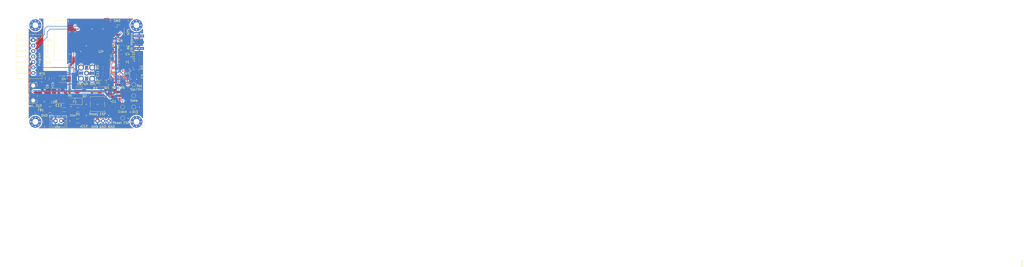
<source format=kicad_pcb>
(kicad_pcb (version 20171130) (host pcbnew 5.1.9+dfsg1-1)
  (layers (0 F.Cu signal) (31 B.Cu signal) (34 B.Paste user) (35 F.Paste user) (36 B.SilkS user) (37 F.SilkS user) (38 B.Mask user) (39 F.Mask user) (44 Edge.Cuts user))
  (net 0 "")
  (net 1 GND)
  (net 2 +3V3)
  (net 3 "Net-(C3-Pad1)")
  (net 4 "Net-(C4-Pad2)")
  (net 5 "Net-(C7-Pad1)")
  (net 6 "Net-(C8-Pad2)")
  (net 7 "Net-(C10-Pad2)")
  (net 8 "Net-(C10-Pad1)")
  (net 9 "Net-(C11-Pad2)")
  (net 10 "Net-(C11-Pad1)")
  (net 11 "Net-(C12-Pad1)")
  (net 12 "Net-(C13-Pad1)")
  (net 13 "Net-(F1-Pad1)")
  (net 14 "Net-(J1-Pad7)")
  (net 15 "Net-(J1-Pad6)")
  (net 16 "Net-(J1-Pad4)")
  (net 17 "Net-(J1-Pad3)")
  (net 18 "Net-(J1-Pad2)")
  (net 19 "Net-(Q1-Pad3)")
  (net 20 "Net-(Q1-Pad2)")
  (net 21 "Net-(Q2-Pad3)")
  (net 22 "Net-(Q2-Pad2)")
  (net 23 "Net-(R1-Pad2)")
  (net 24 "Net-(R2-Pad2)")
  (net 25 "Net-(R5-Pad2)")
  (net 26 "Net-(R6-Pad2)")
  (net 27 "Net-(U1-Pad24)")
  (net 28 "Net-(U1-Pad23)")
  (net 29 "Net-(U1-Pad11)")
  (net 30 "Net-(U1-Pad10)")
  (net 31 "Net-(U1-Pad7)")
  (net 32 "Net-(U1-Pad6)")
  (net 33 "Net-(U1-Pad5)")
  (net 34 "Net-(U1-Pad4)")
  (net 35 "Net-(U1-Pad2)")
  (net 36 "Net-(U1-Pad1)")
  (net 37 "Net-(U2-Pad37)")
  (net 38 "Net-(U2-Pad36)")
  (net 39 "Net-(U2-Pad33)")
  (net 40 "Net-(U2-Pad32)")
  (net 41 "Net-(U2-Pad31)")
  (net 42 "Net-(U2-Pad30)")
  (net 43 "Net-(U2-Pad29)")
  (net 44 "Net-(U2-Pad28)")
  (net 45 "Net-(U2-Pad27)")
  (net 46 "Net-(U2-Pad23)")
  (net 47 "Net-(U2-Pad20)")
  (net 48 "Net-(U2-Pad19)")
  (net 49 "Net-(U2-Pad18)")
  (net 50 "Net-(U2-Pad17)")
  (net 51 "Net-(U2-Pad16)")
  (net 52 "Net-(U2-Pad13)")
  (net 53 "Net-(U2-Pad12)")
  (net 54 "Net-(U2-Pad11)")
  (net 55 "Net-(U2-Pad10)")
  (net 56 "Net-(U2-Pad9)")
  (net 57 "Net-(U2-Pad8)")
  (net 58 "Net-(U2-Pad7)")
  (net 59 "Net-(U2-Pad6)")
  (net 60 "Net-(U2-Pad5)")
  (net 61 "Net-(U2-Pad4)")
  (net 62 "Net-(C5-Pad1)")
  (net 63 "Net-(D4-Pad2)")
  (net 64 "Net-(H1-Pad1)")
  (net 65 "Net-(H2-Pad1)")
  (net 66 "Net-(H3-Pad1)")
  (net 67 "Net-(H4-Pad1)")
  (net 68 "Net-(J6-Pad3)")
  (net 69 "Net-(J6-Pad2)")
  (module "" (layer F.Cu) (at 144.55 114.45)
    (fp_text reference "" (at 418.235 62.38) (layer F.SilkS) (effects (font (size 1.27 1.27))))
    (fp_text value "" (at 418.235 62.38) (layer F.SilkS) (effects (font (size 1.27 1.27))))
    (fp_text user GND (at 418.108 62.38 90) (layer F.SilkS))
  )
  (module Capacitor_SMD:C_0603_1608Metric_Pad1.08x0.95mm_HandSolder (layer F.Cu) (at 152.805 81.43 270)
    (fp_text reference C4 (at 0 -2.921 180) (layer F.SilkS))
    (fp_text value 22pF)
    (pad 2 smd roundrect (at 0.8625 0 270) (size 1.075 0.95) (layers F.Cu F.Paste F.Mask) (net 4 "Net-(C4-Pad2)"))
    (pad 1 smd roundrect (at -0.8625 0 270) (size 1.075 0.95) (layers F.Cu F.Paste F.Mask) (net 1 GND))
  )
  (module Connector_JST:JST_XH_S7B-XH-A-1_1x07_P2.50mm_Horizontal (layer F.Cu) (at 112.8 74.98 270)
    (fp_text reference Program (at 8.736 -2.794 270) (layer F.SilkS))
    (fp_text value J1)
    (pad 7 thru_hole oval (at 15 0 270) (size 1.7 1.95) (drill 0.95) (layers *.Cu *.Mask) (net 14 "Net-(J1-Pad7)"))
    (pad 6 thru_hole oval (at 12.5 0 270) (size 1.7 1.95) (drill 0.95) (layers *.Cu *.Mask) (net 15 "Net-(J1-Pad6)"))
    (pad 5 thru_hole oval (at 10 0 270) (size 1.7 1.95) (drill 0.95) (layers *.Cu *.Mask) (net 62 "Net-(C5-Pad1)"))
    (pad 4 thru_hole oval (at 7.5 0 270) (size 1.7 1.95) (drill 0.95) (layers *.Cu *.Mask) (net 16 "Net-(J1-Pad4)"))
    (pad 3 thru_hole oval (at 5 0 270) (size 1.7 1.95) (drill 0.95) (layers *.Cu *.Mask) (net 17 "Net-(J1-Pad3)"))
    (pad 2 thru_hole oval (at 2.5 0 270) (size 1.7 1.95) (drill 0.95) (layers *.Cu *.Mask) (net 18 "Net-(J1-Pad2)"))
    (pad 1 thru_hole roundrect (at 0 0 270) (size 1.7 1.95) (drill 0.95) (layers *.Cu *.Mask) (roundrect_rratio 0.1470588235294118) (net 1 GND))
  )
  (module Connector_JST:JST_SH_BM04B-SRSS-TB_1x04-1MP_P1.00mm_Vertical (layer F.Cu) (at 152.17 71.17 270)
    (fp_text reference GPS (at 0.1 -3.81 270) (layer F.SilkS))
    (fp_text value J6)
    (pad 1 smd roundrect (at 2.8 -1.2 270) (size 1.2 1.8) (layers F.Cu F.Paste F.Mask) (roundrect_rratio 0.208) (net 1 GND))
    (pad 1 smd roundrect (at -2.8 -1.2 270) (size 1.2 1.8) (layers F.Cu F.Paste F.Mask) (roundrect_rratio 0.208) (net 1 GND))
    (pad 4 smd roundrect (at 1.5 1.325 270) (size 0.6 1.55) (layers F.Cu F.Paste F.Mask) (net 2 +3V3))
    (pad 3 smd roundrect (at 0.5 1.325 270) (size 0.6 1.55) (layers F.Cu F.Paste F.Mask) (net 68 "Net-(J6-Pad3)"))
    (pad 2 smd roundrect (at -0.5 1.325 270) (size 0.6 1.55) (layers F.Cu F.Paste F.Mask) (net 69 "Net-(J6-Pad2)"))
    (pad 1 smd roundrect (at -1.5 1.325 270) (size 0.6 1.55) (layers F.Cu F.Paste F.Mask) (net 1 GND))
  )
  (module Connector_Coaxial:SMB_Jack_Vertical (layer F.Cu) (at 137.07 90.05 90)
    (fp_text reference "SW/AM Ant." (at -4.969 -0.013 180) (layer F.SilkS))
    (fp_text value "AM Antenna")
    (pad 1 thru_hole circle (at 0 0 90) (size 2.24 2.24) (drill 1.2) (layers *.Cu *.Mask) (net 10 "Net-(C11-Pad1)"))
    (pad 2 thru_hole circle (at -2.54 -2.54 90) (size 2.74 2.74) (drill 1.7) (layers *.Cu *.Mask) (net 1 GND))
    (pad 2 thru_hole circle (at 2.54 -2.54 90) (size 2.74 2.74) (drill 1.7) (layers *.Cu *.Mask) (net 1 GND))
    (pad 2 thru_hole circle (at 2.54 2.54 90) (size 2.74 2.74) (drill 1.7) (layers *.Cu *.Mask) (net 1 GND))
    (pad 2 thru_hole circle (at -2.54 2.54 90) (size 2.74 2.74) (drill 1.7) (layers *.Cu *.Mask) (net 1 GND))
  )
  (module Connector_JST:JST_XH_B2B-XH-A_1x02_P2.50mm_Vertical (layer F.Cu) (at 122.96 111.81)
    (fp_text reference "Vin " (at 1.25 2.75) (layer F.SilkS))
    (fp_text value J2)
    (pad 2 thru_hole oval (at 2.5 0) (size 1.7 2) (drill 1) (layers *.Cu *.Mask) (net 13 "Net-(F1-Pad1)"))
    (pad 1 thru_hole roundrect (at 0 0) (size 1.7 2) (drill 1) (layers *.Cu *.Mask) (roundrect_rratio 0.1470588235294118) (net 1 GND))
  )
  (module MountingHole:MountingHole_2.7mm_Pad_Via (layer F.Cu) (at 159.76 68.22)
    (fp_text reference H4 hide)
    (fp_text value MountingHole_Pad)
    (pad 1 thru_hole circle (at 1.431891 -1.431891) (size 0.8 0.8) (drill 0.5) (layers *.Cu *.Mask) (net 67 "Net-(H4-Pad1)"))
    (pad 1 thru_hole circle (at 0 -2.025) (size 0.8 0.8) (drill 0.5) (layers *.Cu *.Mask) (net 67 "Net-(H4-Pad1)"))
    (pad 1 thru_hole circle (at -1.431891 -1.431891) (size 0.8 0.8) (drill 0.5) (layers *.Cu *.Mask) (net 67 "Net-(H4-Pad1)"))
    (pad 1 thru_hole circle (at -2.025 0) (size 0.8 0.8) (drill 0.5) (layers *.Cu *.Mask) (net 67 "Net-(H4-Pad1)"))
    (pad 1 thru_hole circle (at -1.431891 1.431891) (size 0.8 0.8) (drill 0.5) (layers *.Cu *.Mask) (net 67 "Net-(H4-Pad1)"))
    (pad 1 thru_hole circle (at 0 2.025) (size 0.8 0.8) (drill 0.5) (layers *.Cu *.Mask) (net 67 "Net-(H4-Pad1)"))
    (pad 1 thru_hole circle (at 1.431891 1.431891) (size 0.8 0.8) (drill 0.5) (layers *.Cu *.Mask) (net 67 "Net-(H4-Pad1)"))
    (pad 1 thru_hole circle (at 2.025 0) (size 0.8 0.8) (drill 0.5) (layers *.Cu *.Mask) (net 67 "Net-(H4-Pad1)"))
    (pad 1 thru_hole circle (at 0 0) (size 5.4 5.4) (drill 2.7) (layers *.Cu *.Mask) (net 67 "Net-(H4-Pad1)"))
  )
  (module MountingHole:MountingHole_2.7mm_Pad_Via (layer F.Cu) (at 159.76 112.22)
    (fp_text reference H3 hide)
    (fp_text value MountingHole_Pad)
    (pad 1 thru_hole circle (at 1.431891 -1.431891) (size 0.8 0.8) (drill 0.5) (layers *.Cu *.Mask) (net 66 "Net-(H3-Pad1)"))
    (pad 1 thru_hole circle (at 0 -2.025) (size 0.8 0.8) (drill 0.5) (layers *.Cu *.Mask) (net 66 "Net-(H3-Pad1)"))
    (pad 1 thru_hole circle (at -1.431891 -1.431891) (size 0.8 0.8) (drill 0.5) (layers *.Cu *.Mask) (net 66 "Net-(H3-Pad1)"))
    (pad 1 thru_hole circle (at -2.025 0) (size 0.8 0.8) (drill 0.5) (layers *.Cu *.Mask) (net 66 "Net-(H3-Pad1)"))
    (pad 1 thru_hole circle (at -1.431891 1.431891) (size 0.8 0.8) (drill 0.5) (layers *.Cu *.Mask) (net 66 "Net-(H3-Pad1)"))
    (pad 1 thru_hole circle (at 0 2.025) (size 0.8 0.8) (drill 0.5) (layers *.Cu *.Mask) (net 66 "Net-(H3-Pad1)"))
    (pad 1 thru_hole circle (at 1.431891 1.431891) (size 0.8 0.8) (drill 0.5) (layers *.Cu *.Mask) (net 66 "Net-(H3-Pad1)"))
    (pad 1 thru_hole circle (at 2.025 0) (size 0.8 0.8) (drill 0.5) (layers *.Cu *.Mask) (net 66 "Net-(H3-Pad1)"))
    (pad 1 thru_hole circle (at 0 0) (size 5.4 5.4) (drill 2.7) (layers *.Cu *.Mask) (net 66 "Net-(H3-Pad1)"))
  )
  (module MountingHole:MountingHole_2.7mm_Pad_Via (layer F.Cu) (at 113.76 112.22)
    (fp_text reference H2 hide)
    (fp_text value MountingHole_Pad)
    (pad 1 thru_hole circle (at 1.431891 -1.431891) (size 0.8 0.8) (drill 0.5) (layers *.Cu *.Mask) (net 65 "Net-(H2-Pad1)"))
    (pad 1 thru_hole circle (at 0 -2.025) (size 0.8 0.8) (drill 0.5) (layers *.Cu *.Mask) (net 65 "Net-(H2-Pad1)"))
    (pad 1 thru_hole circle (at -1.431891 -1.431891) (size 0.8 0.8) (drill 0.5) (layers *.Cu *.Mask) (net 65 "Net-(H2-Pad1)"))
    (pad 1 thru_hole circle (at -2.025 0) (size 0.8 0.8) (drill 0.5) (layers *.Cu *.Mask) (net 65 "Net-(H2-Pad1)"))
    (pad 1 thru_hole circle (at -1.431891 1.431891) (size 0.8 0.8) (drill 0.5) (layers *.Cu *.Mask) (net 65 "Net-(H2-Pad1)"))
    (pad 1 thru_hole circle (at 0 2.025) (size 0.8 0.8) (drill 0.5) (layers *.Cu *.Mask) (net 65 "Net-(H2-Pad1)"))
    (pad 1 thru_hole circle (at 1.431891 1.431891) (size 0.8 0.8) (drill 0.5) (layers *.Cu *.Mask) (net 65 "Net-(H2-Pad1)"))
    (pad 1 thru_hole circle (at 2.025 0) (size 0.8 0.8) (drill 0.5) (layers *.Cu *.Mask) (net 65 "Net-(H2-Pad1)"))
    (pad 1 thru_hole circle (at 0 0) (size 5.4 5.4) (drill 2.7) (layers *.Cu *.Mask) (net 65 "Net-(H2-Pad1)"))
  )
  (module MountingHole:MountingHole_2.7mm_Pad_Via (layer F.Cu) (at 113.76 68.22)
    (fp_text reference H1 hide)
    (fp_text value MountingHole_Pad)
    (pad 1 thru_hole circle (at 1.431891 -1.431891) (size 0.8 0.8) (drill 0.5) (layers *.Cu *.Mask) (net 64 "Net-(H1-Pad1)"))
    (pad 1 thru_hole circle (at 0 -2.025) (size 0.8 0.8) (drill 0.5) (layers *.Cu *.Mask) (net 64 "Net-(H1-Pad1)"))
    (pad 1 thru_hole circle (at -1.431891 -1.431891) (size 0.8 0.8) (drill 0.5) (layers *.Cu *.Mask) (net 64 "Net-(H1-Pad1)"))
    (pad 1 thru_hole circle (at -2.025 0) (size 0.8 0.8) (drill 0.5) (layers *.Cu *.Mask) (net 64 "Net-(H1-Pad1)"))
    (pad 1 thru_hole circle (at -1.431891 1.431891) (size 0.8 0.8) (drill 0.5) (layers *.Cu *.Mask) (net 64 "Net-(H1-Pad1)"))
    (pad 1 thru_hole circle (at 0 2.025) (size 0.8 0.8) (drill 0.5) (layers *.Cu *.Mask) (net 64 "Net-(H1-Pad1)"))
    (pad 1 thru_hole circle (at 1.431891 1.431891) (size 0.8 0.8) (drill 0.5) (layers *.Cu *.Mask) (net 64 "Net-(H1-Pad1)"))
    (pad 1 thru_hole circle (at 2.025 0) (size 0.8 0.8) (drill 0.5) (layers *.Cu *.Mask) (net 64 "Net-(H1-Pad1)"))
    (pad 1 thru_hole circle (at 0 0) (size 5.4 5.4) (drill 2.7) (layers *.Cu *.Mask) (net 64 "Net-(H1-Pad1)"))
  )
  (module Button_Switch_SMD:SW_SPDT_CK-JS102011SAQN (layer F.Cu) (at 112.8 99.11 270)
    (fp_text reference "sel. 3V3 " (at 5.815 -1.143 180) (layer F.SilkS))
    (fp_text value SW2)
    (pad "" np_thru_hole circle (at 3.4 0 270) (size 0.9 0.9) (drill 0.9) (layers *.Cu *.Mask))
    (pad "" np_thru_hole circle (at -3.4 0 270) (size 0.9 0.9) (drill 0.9) (layers *.Cu *.Mask))
    (pad 3 smd rect (at 2.5 -2.75 270) (size 1.25 2.5) (layers F.Cu F.Paste F.Mask) (net 62 "Net-(C5-Pad1)"))
    (pad 2 smd rect (at 0 -2.75 270) (size 1.25 2.5) (layers F.Cu F.Paste F.Mask) (net 2 +3V3))
    (pad 1 smd rect (at -2.5 -2.75 270) (size 1.25 2.5) (layers F.Cu F.Paste F.Mask) (net 63 "Net-(D4-Pad2)"))
  )
  (module TestPoint:TestPoint_Pad_D1.5mm (layer F.Cu) (at 158.52 105.46 270)
    (fp_text reference +3V3 (at 2.259 0.127 180) (layer F.SilkS))
    (fp_text value TP5)
    (pad 1 smd circle (at 0 0 270) (size 1.5 1.5) (layers F.Cu F.Mask) (net 2 +3V3))
  )
  (module TestPoint:TestPoint_Pad_D1.5mm (layer F.Cu) (at 158.52 95.3 270)
    (fp_text reference "Reset SI4734" hide)
    (fp_text value "Reset SI4734")
    (pad 1 smd circle (at 0 0 270) (size 1.5 1.5) (layers F.Cu F.Mask) (net 3 "Net-(C3-Pad1)"))
  )
  (module TestPoint:TestPoint_Pad_D1.5mm (layer F.Cu) (at 153.44 105.46 270)
    (fp_text reference Clock (at 2.132 0 180) (layer F.SilkS))
    (fp_text value Clock)
    (pad 1 smd circle (at 0 0 270) (size 1.5 1.5) (layers F.Cu F.Mask) (net 24 "Net-(R2-Pad2)"))
  )
  (module TestPoint:TestPoint_Pad_D1.5mm (layer F.Cu) (at 158.52 100.38 270)
    (fp_text reference Data (at 2.132 -0.127 180) (layer F.SilkS))
    (fp_text value Data)
    (pad 1 smd circle (at 0 0 270) (size 1.5 1.5) (layers F.Cu F.Mask) (net 25 "Net-(R5-Pad2)"))
  )
  (module TestPoint:TestPoint_Pad_D1.5mm (layer F.Cu) (at 153.44 110.54 270)
    (fp_text reference "Reset ESP" (at 2.132 0.635 180) (layer F.SilkS))
    (fp_text value "Reset ESP")
    (pad 1 smd circle (at 0 0 270) (size 1.5 1.5) (layers F.Cu F.Mask) (net 19 "Net-(Q1-Pad3)"))
  )
  (module Connector_PinHeader_2.54mm:PinHeader_1x03_P2.54mm_Vertical (layer F.Cu) (at 142.01 111.81 90)
    (fp_text reference GND (at -2.64 2.413 180) (layer F.SilkS))
    (fp_text value Conn_01x03_Male)
    (pad 3 thru_hole oval (at 0 5.08 90) (size 1.7 1.7) (drill 1) (layers *.Cu *.Mask) (net 1 GND))
    (pad 2 thru_hole oval (at 0 2.54 90) (size 1.7 1.7) (drill 1) (layers *.Cu *.Mask) (net 1 GND))
    (pad 1 thru_hole rect (at 0 0 90) (size 1.7 1.7) (drill 1) (layers *.Cu *.Mask) (net 1 GND))
  )
  (module Crystal:Crystal_SMD_3215-2Pin_3.2x1.5mm (layer F.Cu) (at 151.535 84.859 180)
    (fp_text reference Y1 (at -4.191 -0.127) (layer F.SilkS))
    (fp_text value 32.768kHz)
    (pad 2 smd rect (at -1.25 0 180) (size 1 1.8) (layers F.Cu F.Paste F.Mask) (net 4 "Net-(C4-Pad2)"))
    (pad 1 smd rect (at 1.25 0 180) (size 1 1.8) (layers F.Cu F.Paste F.Mask) (net 5 "Net-(C7-Pad1)"))
  )
  (module Package_TO_SOT_SMD:SOT-223-3_TabPin2 (layer F.Cu) (at 122.96 100.38 180)
    (fp_text reference U3 (at 0.254 -2.513) (layer F.SilkS))
    (fp_text value LD1117S33TR_SOT223)
    (pad 1 smd rect (at -3.15 -2.3 180) (size 2 1.5) (layers F.Cu F.Paste F.Mask) (net 1 GND))
    (pad 3 smd rect (at -3.15 2.3 180) (size 2 1.5) (layers F.Cu F.Paste F.Mask) (net 12 "Net-(C13-Pad1)"))
    (pad 2 smd rect (at -3.15 0 180) (size 2 1.5) (layers F.Cu F.Paste F.Mask) (net 63 "Net-(D4-Pad2)"))
    (pad 2 smd rect (at 3.15 0 180) (size 2 3.8) (layers F.Cu F.Paste F.Mask) (net 63 "Net-(D4-Pad2)"))
  )
  (module RF_Module:ESP32-WROOM-32 (layer F.Cu) (at 138.2 74.98 90)
    (fp_text reference U2 (at -5.18 5.207) (layer F.SilkS))
    (fp_text value ESP32-WROOM-32)
    (pad 38 smd rect (at 8.5 -8.255 90) (size 2 0.9) (layers F.Cu F.Paste F.Mask) (net 1 GND))
    (pad 37 smd rect (at 8.5 -6.985 90) (size 2 0.9) (layers F.Cu F.Paste F.Mask) (net 37 "Net-(U2-Pad37)"))
    (pad 36 smd rect (at 8.5 -5.715 90) (size 2 0.9) (layers F.Cu F.Paste F.Mask) (net 38 "Net-(U2-Pad36)"))
    (pad 35 smd rect (at 8.5 -4.445 90) (size 2 0.9) (layers F.Cu F.Paste F.Mask) (net 18 "Net-(J1-Pad2)"))
    (pad 34 smd rect (at 8.5 -3.175 90) (size 2 0.9) (layers F.Cu F.Paste F.Mask) (net 17 "Net-(J1-Pad3)"))
    (pad 33 smd rect (at 8.5 -1.905 90) (size 2 0.9) (layers F.Cu F.Paste F.Mask) (net 39 "Net-(U2-Pad33)"))
    (pad 32 smd rect (at 8.5 -0.635 90) (size 2 0.9) (layers F.Cu F.Paste F.Mask) (net 40 "Net-(U2-Pad32)"))
    (pad 31 smd rect (at 8.5 0.635 90) (size 2 0.9) (layers F.Cu F.Paste F.Mask) (net 41 "Net-(U2-Pad31)"))
    (pad 30 smd rect (at 8.5 1.905 90) (size 2 0.9) (layers F.Cu F.Paste F.Mask) (net 42 "Net-(U2-Pad30)"))
    (pad 29 smd rect (at 8.5 3.175 90) (size 2 0.9) (layers F.Cu F.Paste F.Mask) (net 43 "Net-(U2-Pad29)"))
    (pad 28 smd rect (at 8.5 4.445 90) (size 2 0.9) (layers F.Cu F.Paste F.Mask) (net 44 "Net-(U2-Pad28)"))
    (pad 27 smd rect (at 8.5 5.715 90) (size 2 0.9) (layers F.Cu F.Paste F.Mask) (net 45 "Net-(U2-Pad27)"))
    (pad 26 smd rect (at 8.5 6.985 90) (size 2 0.9) (layers F.Cu F.Paste F.Mask) (net 69 "Net-(J6-Pad2)"))
    (pad 25 smd rect (at 8.5 8.255 90) (size 2 0.9) (layers F.Cu F.Paste F.Mask) (net 21 "Net-(Q2-Pad3)"))
    (pad 24 smd rect (at 5.715 9.255 180) (size 2 0.9) (layers F.Cu F.Paste F.Mask) (net 68 "Net-(J6-Pad3)"))
    (pad 23 smd rect (at 4.445 9.255 180) (size 2 0.9) (layers F.Cu F.Paste F.Mask) (net 46 "Net-(U2-Pad23)"))
    (pad 22 smd rect (at 3.175 9.255 180) (size 2 0.9) (layers F.Cu F.Paste F.Mask) (net 24 "Net-(R2-Pad2)"))
    (pad 21 smd rect (at 1.905 9.255 180) (size 2 0.9) (layers F.Cu F.Paste F.Mask) (net 25 "Net-(R5-Pad2)"))
    (pad 20 smd rect (at 0.635 9.255 180) (size 2 0.9) (layers F.Cu F.Paste F.Mask) (net 47 "Net-(U2-Pad20)"))
    (pad 19 smd rect (at -0.635 9.255 180) (size 2 0.9) (layers F.Cu F.Paste F.Mask) (net 48 "Net-(U2-Pad19)"))
    (pad 18 smd rect (at -1.905 9.255 180) (size 2 0.9) (layers F.Cu F.Paste F.Mask) (net 49 "Net-(U2-Pad18)"))
    (pad 17 smd rect (at -3.175 9.255 180) (size 2 0.9) (layers F.Cu F.Paste F.Mask) (net 50 "Net-(U2-Pad17)"))
    (pad 16 smd rect (at -4.445 9.255 180) (size 2 0.9) (layers F.Cu F.Paste F.Mask) (net 51 "Net-(U2-Pad16)"))
    (pad 15 smd rect (at -5.715 9.255 180) (size 2 0.9) (layers F.Cu F.Paste F.Mask) (net 1 GND))
    (pad 14 smd rect (at -8.5 8.255 90) (size 2 0.9) (layers F.Cu F.Paste F.Mask) (net 23 "Net-(R1-Pad2)"))
    (pad 13 smd rect (at -8.5 6.985 90) (size 2 0.9) (layers F.Cu F.Paste F.Mask) (net 52 "Net-(U2-Pad13)"))
    (pad 12 smd rect (at -8.5 5.715 90) (size 2 0.9) (layers F.Cu F.Paste F.Mask) (net 53 "Net-(U2-Pad12)"))
    (pad 11 smd rect (at -8.5 4.445 90) (size 2 0.9) (layers F.Cu F.Paste F.Mask) (net 54 "Net-(U2-Pad11)"))
    (pad 10 smd rect (at -8.5 3.175 90) (size 2 0.9) (layers F.Cu F.Paste F.Mask) (net 55 "Net-(U2-Pad10)"))
    (pad 9 smd rect (at -8.5 1.905 90) (size 2 0.9) (layers F.Cu F.Paste F.Mask) (net 56 "Net-(U2-Pad9)"))
    (pad 8 smd rect (at -8.5 0.635 90) (size 2 0.9) (layers F.Cu F.Paste F.Mask) (net 57 "Net-(U2-Pad8)"))
    (pad 7 smd rect (at -8.5 -0.635 90) (size 2 0.9) (layers F.Cu F.Paste F.Mask) (net 58 "Net-(U2-Pad7)"))
    (pad 6 smd rect (at -8.5 -1.905 90) (size 2 0.9) (layers F.Cu F.Paste F.Mask) (net 59 "Net-(U2-Pad6)"))
    (pad 5 smd rect (at -8.5 -3.175 90) (size 2 0.9) (layers F.Cu F.Paste F.Mask) (net 60 "Net-(U2-Pad5)"))
    (pad 4 smd rect (at -8.5 -4.445 90) (size 2 0.9) (layers F.Cu F.Paste F.Mask) (net 61 "Net-(U2-Pad4)"))
    (pad 3 smd rect (at -8.5 -5.715 90) (size 2 0.9) (layers F.Cu F.Paste F.Mask) (net 19 "Net-(Q1-Pad3)"))
    (pad 2 smd rect (at -8.5 -6.985 90) (size 2 0.9) (layers F.Cu F.Paste F.Mask) (net 2 +3V3))
    (pad 1 smd rect (at -8.5 -8.255 90) (size 2 0.9) (layers F.Cu F.Paste F.Mask) (net 1 GND))
    (pad 39 smd rect (at -1 -0.755 90) (size 5 5) (layers F.Cu F.Paste F.Mask) (net 1 GND))
  )
  (module Package_SO:SSOP-24_3.9x8.7mm_P0.635mm (layer F.Cu) (at 152.17 90.22 90)
    (fp_text reference U1 (at 0.154 3.429 180) (layer F.SilkS))
    (fp_text value Si4734-D60-GU)
    (pad 24 smd rect (at 2.6 -3.4925 90) (size 1.2 0.4) (layers F.Cu F.Paste F.Mask) (net 27 "Net-(U1-Pad24)"))
    (pad 23 smd rect (at 2.6 -2.8575 90) (size 1.2 0.4) (layers F.Cu F.Paste F.Mask) (net 28 "Net-(U1-Pad23)"))
    (pad 22 smd rect (at 2.6 -2.2225 90) (size 1.2 0.4) (layers F.Cu F.Paste F.Mask) (net 6 "Net-(C8-Pad2)"))
    (pad 21 smd rect (at 2.6 -1.5875 90) (size 1.2 0.4) (layers F.Cu F.Paste F.Mask) (net 2 +3V3))
    (pad 20 smd rect (at 2.6 -0.9525 90) (size 1.2 0.4) (layers F.Cu F.Paste F.Mask) (net 2 +3V3))
    (pad 19 smd rect (at 2.6 -0.3175 90) (size 1.2 0.4) (layers F.Cu F.Paste F.Mask) (net 4 "Net-(C4-Pad2)"))
    (pad 18 smd rect (at 2.6 0.3175 90) (size 1.2 0.4) (layers F.Cu F.Paste F.Mask) (net 25 "Net-(R5-Pad2)"))
    (pad 17 smd rect (at 2.6 0.9525 90) (size 1.2 0.4) (layers F.Cu F.Paste F.Mask) (net 24 "Net-(R2-Pad2)"))
    (pad 16 smd rect (at 2.6 1.5875 90) (size 1.2 0.4) (layers F.Cu F.Paste F.Mask) (net 26 "Net-(R6-Pad2)"))
    (pad 15 smd rect (at 2.6 2.2225 90) (size 1.2 0.4) (layers F.Cu F.Paste F.Mask) (net 3 "Net-(C3-Pad1)"))
    (pad 14 smd rect (at 2.6 2.8575 90) (size 1.2 0.4) (layers F.Cu F.Paste F.Mask) (net 1 GND))
    (pad 13 smd rect (at 2.6 3.4925 90) (size 1.2 0.4) (layers F.Cu F.Paste F.Mask) (net 1 GND))
    (pad 12 smd rect (at -2.6 3.4925 90) (size 1.2 0.4) (layers F.Cu F.Paste F.Mask) (net 9 "Net-(C11-Pad2)"))
    (pad 11 smd rect (at -2.6 2.8575 90) (size 1.2 0.4) (layers F.Cu F.Paste F.Mask) (net 29 "Net-(U1-Pad11)"))
    (pad 10 smd rect (at -2.6 2.2225 90) (size 1.2 0.4) (layers F.Cu F.Paste F.Mask) (net 30 "Net-(U1-Pad10)"))
    (pad 9 smd rect (at -2.6 1.5875 90) (size 1.2 0.4) (layers F.Cu F.Paste F.Mask) (net 1 GND))
    (pad 8 smd rect (at -2.6 0.9525 90) (size 1.2 0.4) (layers F.Cu F.Paste F.Mask) (net 7 "Net-(C10-Pad2)"))
    (pad 7 smd rect (at -2.6 0.3175 90) (size 1.2 0.4) (layers F.Cu F.Paste F.Mask) (net 31 "Net-(U1-Pad7)"))
    (pad 6 smd rect (at -2.6 -0.3175 90) (size 1.2 0.4) (layers F.Cu F.Paste F.Mask) (net 32 "Net-(U1-Pad6)"))
    (pad 5 smd rect (at -2.6 -0.9525 90) (size 1.2 0.4) (layers F.Cu F.Paste F.Mask) (net 33 "Net-(U1-Pad5)"))
    (pad 4 smd rect (at -2.6 -1.5875 90) (size 1.2 0.4) (layers F.Cu F.Paste F.Mask) (net 34 "Net-(U1-Pad4)"))
    (pad 3 smd rect (at -2.6 -2.2225 90) (size 1.2 0.4) (layers F.Cu F.Paste F.Mask) (net 5 "Net-(C7-Pad1)"))
    (pad 2 smd rect (at -2.6 -2.8575 90) (size 1.2 0.4) (layers F.Cu F.Paste F.Mask) (net 35 "Net-(U1-Pad2)"))
    (pad 1 smd rect (at -2.6 -3.4925 90) (size 1.2 0.4) (layers F.Cu F.Paste F.Mask) (net 36 "Net-(U1-Pad1)"))
  )
  (module Button_Switch_SMD:SW_SPST_B3SL-1002P (layer F.Cu) (at 142.01 104.19 180)
    (fp_text reference "Reset ESP" (at 0 -4.5) (layer F.SilkS))
    (fp_text value SW1)
    (pad 2 smd rect (at -2.875 2 180) (size 2.75 1) (layers F.Cu F.Paste F.Mask) (net 19 "Net-(Q1-Pad3)"))
    (pad 2 smd rect (at 2.875 2 180) (size 2.75 1) (layers F.Cu F.Paste F.Mask) (net 19 "Net-(Q1-Pad3)"))
    (pad 1 smd rect (at 2.875 -2 180) (size 2.75 1) (layers F.Cu F.Paste F.Mask) (net 1 GND))
    (pad 1 smd rect (at -2.875 -2 180) (size 2.75 1) (layers F.Cu F.Paste F.Mask) (net 1 GND))
  )
  (module Resistor_SMD:R_0603_1608Metric_Pad0.98x0.95mm_HandSolder (layer F.Cu) (at 154.583 77.393 270)
    (fp_text reference R6 (at 0.989 -1.524 90) (layer F.SilkS))
    (fp_text value 10k)
    (pad 2 smd roundrect (at 0.9125 0 270) (size 0.975 0.95) (layers F.Cu F.Paste F.Mask) (net 26 "Net-(R6-Pad2)"))
    (pad 1 smd roundrect (at -0.9125 0 270) (size 0.975 0.95) (layers F.Cu F.Paste F.Mask) (net 2 +3V3))
  )
  (module Resistor_SMD:R_0603_1608Metric_Pad0.98x0.95mm_HandSolder (layer F.Cu) (at 153.44 95.3)
    (fp_text reference R5 (at 0 1.37) (layer F.SilkS))
    (fp_text value 10k)
    (pad 2 smd roundrect (at 0.9125 0) (size 0.975 0.95) (layers F.Cu F.Paste F.Mask) (net 25 "Net-(R5-Pad2)"))
    (pad 1 smd roundrect (at -0.9125 0) (size 0.975 0.95) (layers F.Cu F.Paste F.Mask) (net 2 +3V3))
  )
  (module Resistor_SMD:R_0603_1608Metric_Pad0.98x0.95mm_HandSolder (layer F.Cu) (at 129.31 97.84 90)
    (fp_text reference R4 (at -2.513 0.254 180) (layer F.SilkS))
    (fp_text value 10k)
    (pad 2 smd roundrect (at 0.9125 0 90) (size 0.975 0.95) (layers F.Cu F.Paste F.Mask) (net 22 "Net-(Q2-Pad2)"))
    (pad 1 smd roundrect (at -0.9125 0 90) (size 0.975 0.95) (layers F.Cu F.Paste F.Mask) (net 14 "Net-(J1-Pad7)"))
  )
  (module Resistor_SMD:R_0603_1608Metric_Pad0.98x0.95mm_HandSolder (layer F.Cu) (at 139.47 97.84 270)
    (fp_text reference R3 (at -0.916 -1.524 180) (layer F.SilkS))
    (fp_text value 10k)
    (pad 2 smd roundrect (at 0.9125 0 270) (size 0.975 0.95) (layers F.Cu F.Paste F.Mask) (net 20 "Net-(Q1-Pad2)"))
    (pad 1 smd roundrect (at -0.9125 0 270) (size 0.975 0.95) (layers F.Cu F.Paste F.Mask) (net 15 "Net-(J1-Pad6)"))
  )
  (module Resistor_SMD:R_0603_1608Metric_Pad0.98x0.95mm_HandSolder (layer F.Cu) (at 149.63 95.3 180)
    (fp_text reference R2 (at 0 -1.37 180) (layer F.SilkS))
    (fp_text value 10k)
    (pad 2 smd roundrect (at 0.9125 0 180) (size 0.975 0.95) (layers F.Cu F.Paste F.Mask) (net 24 "Net-(R2-Pad2)"))
    (pad 1 smd roundrect (at -0.9125 0 180) (size 0.975 0.95) (layers F.Cu F.Paste F.Mask) (net 2 +3V3))
  )
  (module Resistor_SMD:R_0603_1608Metric_Pad0.98x0.95mm_HandSolder (layer F.Cu) (at 144.55 87.68 180)
    (fp_text reference R1 (at 2.413 0.154 90) (layer F.SilkS))
    (fp_text value 10k)
    (pad 2 smd roundrect (at 0.9125 0 180) (size 0.975 0.95) (layers F.Cu F.Paste F.Mask) (net 23 "Net-(R1-Pad2)"))
    (pad 1 smd roundrect (at -0.9125 0 180) (size 0.975 0.95) (layers F.Cu F.Paste F.Mask) (net 3 "Net-(C3-Pad1)"))
  )
  (module Package_TO_SOT_SMD:SOT-23_Handsoldering (layer F.Cu) (at 134.39 97.84)
    (fp_text reference Q2 (at 1.778 2.64) (layer F.SilkS))
    (fp_text value S8050)
    (pad 3 smd rect (at 1.5 0) (size 1.9 0.8) (layers F.Cu F.Paste F.Mask) (net 21 "Net-(Q2-Pad3)"))
    (pad 2 smd rect (at -1.5 0.95) (size 1.9 0.8) (layers F.Cu F.Paste F.Mask) (net 22 "Net-(Q2-Pad2)"))
    (pad 1 smd rect (at -1.5 -0.95) (size 1.9 0.8) (layers F.Cu F.Paste F.Mask) (net 15 "Net-(J1-Pad6)"))
  )
  (module Package_TO_SOT_SMD:SOT-23_Handsoldering (layer F.Cu) (at 144.55 97.84)
    (fp_text reference Q1 (at 1.778 -1.17) (layer F.SilkS))
    (fp_text value S8050)
    (pad 3 smd rect (at 1.5 0) (size 1.9 0.8) (layers F.Cu F.Paste F.Mask) (net 19 "Net-(Q1-Pad3)"))
    (pad 2 smd rect (at -1.5 0.95) (size 1.9 0.8) (layers F.Cu F.Paste F.Mask) (net 20 "Net-(Q1-Pad2)"))
    (pad 1 smd rect (at -1.5 -0.95) (size 1.9 0.8) (layers F.Cu F.Paste F.Mask) (net 14 "Net-(J1-Pad7)"))
  )
  (module Inductor_SMD:L_0603_1608Metric_Pad1.05x0.95mm_HandSolder (layer F.Cu) (at 161.06 83.87 180)
    (fp_text reference L1 (at 2.54 -0.1 90) (layer F.SilkS))
    (fp_text value 470nH)
    (pad 2 smd roundrect (at 0.875 0 180) (size 1.05 0.95) (layers F.Cu F.Paste F.Mask) (net 1 GND))
    (pad 1 smd roundrect (at -0.875 0 180) (size 1.05 0.95) (layers F.Cu F.Paste F.Mask) (net 7 "Net-(C10-Pad2)"))
  )
  (module Connector_Coaxial:SMA_Samtec_SMA-J-P-X-ST-EM1_EdgeMount (layer F.Cu) (at 161.06 75.965 90)
    (fp_text reference "FM Antenna" (at 0 -3.5 90) (layer F.SilkS))
    (fp_text value J3)
    (pad 1 smd rect (at 0 0.2 90) (size 1.27 3.6) (layers F.Cu F.Paste F.Mask) (net 8 "Net-(C10-Pad1)"))
    (pad 2 smd rect (at 2.825 0 90) (size 1.35 4.2) (layers F.Cu F.Paste F.Mask) (net 1 GND))
    (pad 2 smd rect (at -2.825 0 90) (size 1.35 4.2) (layers F.Cu F.Paste F.Mask) (net 1 GND))
    (pad 2 smd rect (at 2.825 0 90) (size 1.35 4.2) (layers B.Cu B.Paste B.Mask) (net 1 GND))
    (pad 2 smd rect (at -2.825 0 90) (size 1.35 4.2) (layers B.Cu B.Paste B.Mask) (net 1 GND))
  )
  (module Inductor_SMD:L_1210_3225Metric_Pad1.42x2.65mm_HandSolder (layer F.Cu) (at 120.42 106.73 180)
    (fp_text reference FB1 (at 4.191 -0.1) (layer F.SilkS))
    (fp_text value "1kΩ @ 100MHz")
    (pad 2 smd roundrect (at 1.4875 0 180) (size 1.425 2.65) (layers F.Cu F.Paste F.Mask) (roundrect_rratio 0.1754385964912281) (net 11 "Net-(C12-Pad1)"))
    (pad 1 smd roundrect (at -1.4875 0 180) (size 1.425 2.65) (layers F.Cu F.Paste F.Mask) (roundrect_rratio 0.1754385964912281) (net 12 "Net-(C13-Pad1)"))
  )
  (module Fuse:Fuse_1206_3216Metric_Pad1.42x1.75mm_HandSolder (layer F.Cu) (at 133.12 106.73)
    (fp_text reference F1 (at -1.397 -3.583) (layer F.SilkS))
    (fp_text value Fuse_1A)
    (pad 2 smd roundrect (at 1.4875 0) (size 1.425 1.75) (layers F.Cu F.Paste F.Mask) (roundrect_rratio 0.1754385964912281) (net 11 "Net-(C12-Pad1)"))
    (pad 1 smd roundrect (at -1.4875 0) (size 1.425 1.75) (layers F.Cu F.Paste F.Mask) (roundrect_rratio 0.1754385964912281) (net 13 "Net-(F1-Pad1)"))
  )
  (module Diode_SMD:D_MELF (layer F.Cu) (at 126.77 92.76 180)
    (fp_text reference D4 (at 0.127 0.027) (layer F.SilkS))
    (fp_text value SM4007)
    (pad 2 smd rect (at 2.4 0 180) (size 1.5 2.7) (layers F.Cu F.Paste F.Mask) (net 63 "Net-(D4-Pad2)"))
    (pad 1 smd rect (at -2.4 0 180) (size 1.5 2.7) (layers F.Cu F.Paste F.Mask) (net 12 "Net-(C13-Pad1)"))
  )
  (module Package_TO_SOT_SMD:SOT-23 (layer F.Cu) (at 144.55 94.03 90)
    (fp_text reference D3 (at 0 -2.5 90) (layer F.SilkS))
    (fp_text value CM1213A-01SO)
    (pad 3 smd rect (at 1 0 90) (size 0.9 0.8) (layers F.Cu F.Paste F.Mask) (net 1 GND))
    (pad 2 smd rect (at -1 0.95 90) (size 0.9 0.8) (layers F.Cu F.Paste F.Mask) (net 1 GND))
    (pad 1 smd rect (at -1 -0.95 90) (size 0.9 0.8) (layers F.Cu F.Paste F.Mask) (net 10 "Net-(C11-Pad1)"))
  )
  (module Package_TO_SOT_SMD:SOT-23 (layer F.Cu) (at 159.79 87.78 270)
    (fp_text reference D2 (at -0.254 -2.667 90) (layer F.SilkS))
    (fp_text value CM1213A-01SO)
    (pad 3 smd rect (at 1 0 270) (size 0.9 0.8) (layers F.Cu F.Paste F.Mask) (net 1 GND))
    (pad 2 smd rect (at -1 0.95 270) (size 0.9 0.8) (layers F.Cu F.Paste F.Mask) (net 1 GND))
    (pad 1 smd rect (at -1 -0.95 270) (size 0.9 0.8) (layers F.Cu F.Paste F.Mask) (net 7 "Net-(C10-Pad2)"))
  )
  (module Diode_SMD:D_MELF (layer F.Cu) (at 131.85 102.92 180)
    (fp_text reference D1 (at -1.27 -5.815) (layer F.SilkS))
    (fp_text value SM4007)
    (pad 2 smd rect (at 2.4 0 180) (size 1.5 2.7) (layers F.Cu F.Paste F.Mask) (net 1 GND))
    (pad 1 smd rect (at -2.4 0 180) (size 1.5 2.7) (layers F.Cu F.Paste F.Mask) (net 11 "Net-(C12-Pad1)"))
  )
  (module Capacitor_SMD:C_1206_3216Metric_Pad1.33x1.80mm_HandSolder (layer F.Cu) (at 126.77 106.73)
    (fp_text reference C13 (at -2.413 -1.932) (layer F.SilkS))
    (fp_text value 10uF)
    (pad 2 smd roundrect (at 1.5625 0) (size 1.325 1.8) (layers F.Cu F.Paste F.Mask) (roundrect_rratio 0.1886784905660377) (net 1 GND))
    (pad 1 smd roundrect (at -1.5625 0) (size 1.325 1.8) (layers F.Cu F.Paste F.Mask) (roundrect_rratio 0.1886784905660377) (net 12 "Net-(C13-Pad1)"))
  )
  (module Capacitor_SMD:C_1206_3216Metric_Pad1.33x1.80mm_HandSolder (layer F.Cu) (at 132.993 111.91 180)
    (fp_text reference C12 (at -3.048 -2.286) (layer F.SilkS))
    (fp_text value 10uF)
    (pad 2 smd roundrect (at 1.5625 0 180) (size 1.325 1.8) (layers F.Cu F.Paste F.Mask) (roundrect_rratio 0.1886784905660377) (net 1 GND))
    (pad 1 smd roundrect (at -1.5625 0 180) (size 1.325 1.8) (layers F.Cu F.Paste F.Mask) (roundrect_rratio 0.1886784905660377) (net 11 "Net-(C12-Pad1)"))
  )
  (module Capacitor_SMD:C_0603_1608Metric_Pad1.08x0.95mm_HandSolder (layer F.Cu) (at 144.55 90.22)
    (fp_text reference C11 (at -2.413 0.1 90) (layer F.SilkS))
    (fp_text value 470nF)
    (pad 2 smd roundrect (at 0.8625 0) (size 1.075 0.95) (layers F.Cu F.Paste F.Mask) (net 9 "Net-(C11-Pad2)"))
    (pad 1 smd roundrect (at -0.8625 0) (size 1.075 0.95) (layers F.Cu F.Paste F.Mask) (net 10 "Net-(C11-Pad1)"))
  )
  (module Capacitor_SMD:C_0603_1608Metric_Pad1.08x0.95mm_HandSolder (layer F.Cu) (at 161.06 81.33)
    (fp_text reference C10 (at -2.667 0.227 90) (layer F.SilkS))
    (fp_text value 18pF)
    (pad 2 smd roundrect (at 0.8625 0) (size 1.075 0.95) (layers F.Cu F.Paste F.Mask) (net 7 "Net-(C10-Pad2)"))
    (pad 1 smd roundrect (at -0.8625 0) (size 1.075 0.95) (layers F.Cu F.Paste F.Mask) (net 8 "Net-(C10-Pad1)"))
  )
  (module Capacitor_SMD:C_0603_1608Metric_Pad1.08x0.95mm_HandSolder (layer F.Cu) (at 150.265 77.393 270)
    (fp_text reference C9 (at -0.154 1.016 90) (layer F.SilkS))
    (fp_text value 100nF)
    (pad 2 smd roundrect (at 0.8625 0 270) (size 1.075 0.95) (layers F.Cu F.Paste F.Mask) (net 1 GND))
    (pad 1 smd roundrect (at -0.8625 0 270) (size 1.075 0.95) (layers F.Cu F.Paste F.Mask) (net 2 +3V3))
  )
  (module Capacitor_SMD:C_0603_1608Metric_Pad1.08x0.95mm_HandSolder (layer F.Cu) (at 152.424 77.366 270)
    (fp_text reference C8 (at -2.032 0 180) (layer F.SilkS))
    (fp_text value 68nF)
    (pad 2 smd roundrect (at 0.8625 0 270) (size 1.075 0.95) (layers F.Cu F.Paste F.Mask) (net 6 "Net-(C8-Pad2)"))
    (pad 1 smd roundrect (at -0.8625 0 270) (size 1.075 0.95) (layers F.Cu F.Paste F.Mask) (net 2 +3V3))
  )
  (module Capacitor_SMD:C_0603_1608Metric_Pad1.08x0.95mm_HandSolder (layer F.Cu) (at 150.265 81.43 90)
    (fp_text reference C7 (at -0.762 -1.524 180) (layer F.SilkS))
    (fp_text value 22pF)
    (pad 2 smd roundrect (at 0.8625 0 90) (size 1.075 0.95) (layers F.Cu F.Paste F.Mask) (net 1 GND))
    (pad 1 smd roundrect (at -0.8625 0 90) (size 1.075 0.95) (layers F.Cu F.Paste F.Mask) (net 5 "Net-(C7-Pad1)"))
  )
  (module Capacitor_SMD:C_1206_3216Metric_Pad1.33x1.80mm_HandSolder (layer F.Cu) (at 119.15 92.4675 270)
    (fp_text reference C6 (at 3.6945 0 90) (layer F.SilkS))
    (fp_text value 10uF)
    (pad 2 smd roundrect (at 1.5625 0 270) (size 1.325 1.8) (layers F.Cu F.Paste F.Mask) (roundrect_rratio 0.1886784905660377) (net 1 GND))
    (pad 1 smd roundrect (at -1.5625 0 270) (size 1.325 1.8) (layers F.Cu F.Paste F.Mask) (roundrect_rratio 0.1886784905660377) (net 62 "Net-(C5-Pad1)"))
  )
  (module Capacitor_SMD:C_0603_1608Metric_Pad1.08x0.95mm_HandSolder (layer F.Cu) (at 121.69 92.3525 270)
    (fp_text reference C5 (at 2.7935 0 90) (layer F.SilkS))
    (fp_text value 100nF)
    (pad 2 smd roundrect (at 0.8625 0 270) (size 1.075 0.95) (layers F.Cu F.Paste F.Mask) (net 1 GND))
    (pad 1 smd roundrect (at -0.8625 0 270) (size 1.075 0.95) (layers F.Cu F.Paste F.Mask) (net 62 "Net-(C5-Pad1)"))
  )
  (module Capacitor_SMD:C_0603_1608Metric_Pad1.08x0.95mm_HandSolder (layer F.Cu) (at 159.79 91.49)
    (fp_text reference C3 (at 2.667 0.1 90) (layer F.SilkS))
    (fp_text value 33nF)
    (pad 2 smd roundrect (at 0.8625 0) (size 1.075 0.95) (layers F.Cu F.Paste F.Mask) (net 1 GND))
    (pad 1 smd roundrect (at -0.8625 0) (size 1.075 0.95) (layers F.Cu F.Paste F.Mask) (net 3 "Net-(C3-Pad1)"))
  )
  (module Capacitor_SMD:C_0603_1608Metric_Pad1.08x0.95mm_HandSolder (layer F.Cu) (at 152.17 99.5175 90)
    (fp_text reference C2 (at -2.2325 0 180) (layer F.SilkS))
    (fp_text value 100nF)
    (pad 2 smd roundrect (at 0.8625 0 90) (size 1.075 0.95) (layers F.Cu F.Paste F.Mask) (net 1 GND))
    (pad 1 smd roundrect (at -0.8625 0 90) (size 1.075 0.95) (layers F.Cu F.Paste F.Mask) (net 2 +3V3))
  )
  (module Capacitor_SMD:C_1206_3216Metric_Pad1.33x1.80mm_HandSolder (layer F.Cu) (at 149.63 99.4025 90)
    (fp_text reference C1 (at -3.6175 0 180) (layer F.SilkS))
    (fp_text value 10uF)
    (pad 2 smd roundrect (at 1.5625 0 90) (size 1.325 1.8) (layers F.Cu F.Paste F.Mask) (roundrect_rratio 0.1886784905660377) (net 1 GND))
    (pad 1 smd roundrect (at -1.5625 0 90) (size 1.325 1.8) (layers F.Cu F.Paste F.Mask) (roundrect_rratio 0.1886784905660377) (net 2 +3V3))
  )
  (gr_text "Rst\nSI4734" (at 162.33 96.67) (layer F.SilkS) (effects (font (size 1 1)) (justify right)))
  (gr_text GND (at 148.36 114.45) (layer F.SilkS) (effects (font (size 1 1))))
  (gr_text GND (at 140.74 114.45) (layer F.SilkS) (effects (font (size 1 1))))
  (gr_text GND (at 150.9 66.19) (layer F.SilkS) (effects (font (size 1 1))))
  (gr_text Vin (at 130.58 109.37) (layer F.SilkS) (effects (font (size 1 1))))
  (gr_text GND (at 117.88 109.37) (layer F.SilkS) (effects (font (size 1 1))))
  (gr_text RTS (at 115.34 90.32) (layer F.SilkS) (effects (font (size 1 1)) (justify left)))
  (gr_text DTR (at 117.88 87.78) (layer F.SilkS) (effects (font (size 1 1)) (justify left)))
  (gr_text 3V3 (at 117.88 85.24) (layer F.SilkS) (effects (font (size 1 1)) (justify left)))
  (gr_text NC (at 117.88 82.7) (layer F.SilkS) (effects (font (size 1 1)) (justify left)))
  (gr_text TX (at 117.88 80.16) (layer F.SilkS) (effects (font (size 1 1)) (justify left)))
  (gr_text RX (at 117.88 77.62) (layer F.SilkS) (effects (font (size 1 1)) (justify left)))
  (gr_text GND (at 117.88 75.08) (layer F.SilkS) (effects (font (size 1 1)) (justify left)))
  (gr_arc (start 111.26 65.72) (end 111.26 64.72) (angle -90) (layer Edge.Cuts) (width 0.05))
  (gr_arc (start 111.26 114.72) (end 110.26 114.72) (angle -90) (layer Edge.Cuts) (width 0.05))
  (gr_arc (start 162.26 114.72) (end 162.26 115.72) (angle -90) (layer Edge.Cuts) (width 0.05))
  (gr_arc (start 162.26 65.72) (end 163.26 65.72) (angle -90) (layer Edge.Cuts) (width 0.05))
  (gr_line (start 162.26 64.72) (end 111.26 64.72) (layer Edge.Cuts) (width 0.05))
  (gr_line (start 163.26 114.72) (end 163.26 65.72) (layer Edge.Cuts) (width 0.05))
  (gr_line (start 111.26 115.72) (end 162.26 115.72) (layer Edge.Cuts) (width 0.05))
  (gr_line (start 110.26 65.72) (end 110.26 114.72) (layer Edge.Cuts) (width 0.05))
  (via (at 136.93 77.62) (size 0.8) (drill 0.4) (layers F.Cu B.Cu) (net 1))
  (via (at 162.33 73.048) (size 0.8) (drill 0.4) (layers F.Cu B.Cu) (net 1))
  (via (at 161.06 73.048) (size 0.8) (drill 0.4) (layers F.Cu B.Cu) (net 1))
  (via (at 159.663 73.048) (size 0.8) (drill 0.4) (layers F.Cu B.Cu) (net 1))
  (via (at 159.79 78.763) (size 0.8) (drill 0.4) (layers F.Cu B.Cu) (net 1))
  (via (at 162.33 78.763) (size 0.8) (drill 0.4) (layers F.Cu B.Cu) (net 1))
  (segment (start 144.55 106.525) (end 144.885 106.19) (width 0.25) (layer F.Cu) (net 1))
  (via (at 129.437 111.91) (size 0.8) (drill 0.4) (layers F.Cu B.Cu) (net 1))
  (segment (start 129.45 105.674) (end 128.675 106.449) (width 1) (layer F.Cu) (net 1))
  (segment (start 129.45 102.92) (end 129.45 105.674) (width 1) (layer F.Cu) (net 1))
  (segment (start 131.4305 111.91) (end 129.437 111.91) (width 1) (layer F.Cu) (net 1))
  (segment (start 142.01 111.81) (end 142.01 110.64) (width 1) (layer F.Cu) (net 1))
  (segment (start 129.45 104.811) (end 129.945 105.306) (width 1) (layer F.Cu) (net 1))
  (segment (start 129.45 102.92) (end 129.45 104.811) (width 1) (layer F.Cu) (net 1))
  (segment (start 119.15 94.03) (end 120.52 94.03) (width 1) (layer F.Cu) (net 1))
  (segment (start 145.5 93.98) (end 144.55 93.03) (width 1) (layer F.Cu) (net 1))
  (segment (start 150.445 98.655) (end 152.17 98.655) (width 1) (layer F.Cu) (net 1))
  (segment (start 149.63 97.84) (end 150.445 98.655) (width 1) (layer F.Cu) (net 1))
  (segment (start 139.61 87.51) (end 139.613 87.51) (width 1) (layer F.Cu) (net 1))
  (via (at 128.802 66.444) (size 0.8) (drill 0.4) (layers F.Cu B.Cu) (net 1))
  (segment (start 128.838 66.48) (end 128.802 66.444) (width 1) (layer F.Cu) (net 1))
  (segment (start 129.945 66.48) (end 128.838 66.48) (width 1) (layer F.Cu) (net 1))
  (segment (start 128.947 83.48) (end 128.947 83.48) (width 1) (layer F.Cu) (net 1))
  (segment (start 129.945 83.48) (end 128.947 83.48) (width 1) (layer F.Cu) (net 1))
  (via (at 152.805 79.525) (size 0.8) (drill 0.4) (layers F.Cu B.Cu) (net 1))
  (segment (start 152.805 80.5675) (end 152.805 79.525) (width 1) (layer F.Cu) (net 1))
  (via (at 149.122 80.541) (size 0.8) (drill 0.4) (layers F.Cu B.Cu) (net 1))
  (segment (start 149.1485 80.5675) (end 149.122 80.541) (width 1) (layer F.Cu) (net 1))
  (segment (start 150.265 80.5675) (end 149.1485 80.5675) (width 1) (layer F.Cu) (net 1))
  (segment (start 153.7575 92.82) (end 153.7575 93.6855) (width 0.25) (layer F.Cu) (net 1))
  (segment (start 156.82202 94.04998) (end 157.504 93.368) (width 0.25) (layer F.Cu) (net 1))
  (segment (start 154.12198 94.04998) (end 156.82202 94.04998) (width 0.25) (layer F.Cu) (net 1))
  (segment (start 153.7575 93.6855) (end 154.12198 94.04998) (width 0.25) (layer F.Cu) (net 1))
  (segment (start 157.123 88.161) (end 157.123 87.78) (width 0.25) (layer F.Cu) (net 1))
  (segment (start 156.963 87.62) (end 155.6625 87.62) (width 0.25) (layer F.Cu) (net 1))
  (segment (start 157.123 87.78) (end 156.963 87.62) (width 0.25) (layer F.Cu) (net 1))
  (via (at 161.06 78.79) (size 0.8) (drill 0.4) (layers F.Cu B.Cu) (net 1))
  (segment (start 161.06 78.763) (end 161.06 78.79) (width 0.25) (layer F.Cu) (net 1))
  (via (at 161.06 78.79) (size 0.8) (drill 0.4) (layers F.Cu B.Cu) (net 1))
  (via (at 161.06 78.79) (size 0.8) (drill 0.4) (layers F.Cu B.Cu) (net 1))
  (via (at 112.8 72.54) (size 0.8) (drill 0.4) (layers F.Cu B.Cu) (net 1))
  (via (at 115.34 78.89) (size 0.8) (drill 0.4) (layers F.Cu B.Cu) (net 1))
  (via (at 115.34 83.97) (size 0.8) (drill 0.4) (layers F.Cu B.Cu) (net 1))
  (via (at 114.07 94.13) (size 0.8) (drill 0.4) (layers F.Cu B.Cu) (net 1))
  (via (at 121.69 96.67) (size 0.8) (drill 0.4) (layers F.Cu B.Cu) (net 1))
  (via (at 117.88 114.45) (size 0.8) (drill 0.4) (layers F.Cu B.Cu) (net 1))
  (via (at 117.88 103.02) (size 0.8) (drill 0.4) (layers F.Cu B.Cu) (net 1))
  (via (at 131.85 101.75) (size 0.8) (drill 0.4) (layers F.Cu B.Cu) (net 1))
  (via (at 131.85 109.37) (size 0.8) (drill 0.4) (layers F.Cu B.Cu) (net 1))
  (via (at 121.69 109.37) (size 0.8) (drill 0.4) (layers F.Cu B.Cu) (net 1))
  (via (at 134.39 114.45) (size 0.8) (drill 0.4) (layers F.Cu B.Cu) (net 1))
  (via (at 142.01 114.45) (size 0.8) (drill 0.4) (layers F.Cu B.Cu) (net 1))
  (via (at 147.09 114.45) (size 0.8) (drill 0.4) (layers F.Cu B.Cu) (net 1))
  (via (at 155.98 110.64) (size 0.8) (drill 0.4) (layers F.Cu B.Cu) (net 1))
  (via (at 136.93 109.37) (size 0.8) (drill 0.4) (layers F.Cu B.Cu) (net 1))
  (via (at 136.93 104.29) (size 0.8) (drill 0.4) (layers F.Cu B.Cu) (net 1))
  (via (at 142.01 104.29) (size 0.8) (drill 0.4) (layers F.Cu B.Cu) (net 1))
  (segment (start 142.01 106.83) (end 142.01 106.703) (width 1) (layer F.Cu) (net 1))
  (segment (start 142.01 108.1) (end 142.01 106.83) (width 1) (layer F.Cu) (net 1))
  (via (at 148.36 103.02) (size 0.8) (drill 0.4) (layers F.Cu B.Cu) (net 1))
  (via (at 158.52 97.94) (size 0.8) (drill 0.4) (layers F.Cu B.Cu) (net 1))
  (via (at 161.06 105.56) (size 0.8) (drill 0.4) (layers F.Cu B.Cu) (net 1))
  (via (at 147.09 109.37) (size 0.8) (drill 0.4) (layers F.Cu B.Cu) (net 1))
  (segment (start 142.01 109.37) (end 142.01 108.1) (width 1) (layer F.Cu) (net 1))
  (via (at 142.01 109.37) (size 0.8) (drill 0.4) (layers F.Cu B.Cu) (net 1))
  (via (at 147.09 92.86) (size 0.8) (drill 0.4) (layers F.Cu B.Cu) (net 1))
  (via (at 157.25 92.86) (size 0.8) (drill 0.4) (layers F.Cu B.Cu) (net 1))
  (via (at 159.79 92.86) (size 0.8) (drill 0.4) (layers F.Cu B.Cu) (net 1))
  (via (at 157.25 89.05) (size 0.8) (drill 0.4) (layers F.Cu B.Cu) (net 1))
  (via (at 157.25 76.35) (size 0.8) (drill 0.4) (layers F.Cu B.Cu) (net 1))
  (via (at 155.98 66.19) (size 0.8) (drill 0.4) (layers F.Cu B.Cu) (net 1))
  (via (at 150.9 66.19) (size 0.8) (drill 0.4) (layers F.Cu B.Cu) (net 1))
  (via (at 144.55 70) (size 0.8) (drill 0.4) (layers F.Cu B.Cu) (net 1))
  (via (at 144.55 80.16) (size 0.8) (drill 0.4) (layers F.Cu B.Cu) (net 1))
  (via (at 139.47 70) (size 0.8) (drill 0.4) (layers F.Cu B.Cu) (net 1))
  (via (at 134.39 80.16) (size 0.8) (drill 0.4) (layers F.Cu B.Cu) (net 1))
  (via (at 129.31 81.43) (size 0.8) (drill 0.4) (layers F.Cu B.Cu) (net 1))
  (segment (start 128.947 83.48) (end 128.929 83.462) (width 1) (layer F.Cu) (net 1))
  (via (at 129.31 71.27) (size 0.8) (drill 0.4) (layers F.Cu B.Cu) (net 1))
  (via (at 131.85 71.27) (size 0.8) (drill 0.4) (layers F.Cu B.Cu) (net 1))
  (via (at 115.34 105.56) (size 0.8) (drill 0.4) (layers F.Cu B.Cu) (net 1))
  (segment (start 142.01 110.64) (end 142.01 109.37) (width 1) (layer F.Cu) (net 1))
  (via (at 136.93 94.13) (size 0.8) (drill 0.4) (layers F.Cu B.Cu) (net 1))
  (via (at 136.93 86.51) (size 0.8) (drill 0.4) (layers F.Cu B.Cu) (net 1))
  (via (at 142.01 86.51) (size 0.8) (drill 0.4) (layers F.Cu B.Cu) (net 1))
  (via (at 142.01 92.86) (size 0.8) (drill 0.4) (layers F.Cu B.Cu) (net 1))
  (via (at 129.945 105.306) (size 0.8) (drill 0.4) (layers F.Cu B.Cu) (net 1))
  (via (at 122.96 103.02) (size 0.8) (drill 0.4) (layers F.Cu B.Cu) (net 1))
  (via (at 147.09 95.4) (size 0.8) (drill 0.4) (layers F.Cu B.Cu) (net 1))
  (via (at 126.77 91.59) (size 0.8) (drill 0.4) (layers F.Cu B.Cu) (net 1))
  (via (at 116.61 94.13) (size 0.8) (drill 0.4) (layers F.Cu B.Cu) (net 1))
  (segment (start 120.52 94.03) (end 120.875 94.03) (width 1) (layer F.Cu) (net 1))
  (segment (start 120.52 94.03) (end 120.52 94.03) (width 1) (layer F.Cu) (net 1))
  (segment (start 157.123 87.78) (end 157.123 87.78) (width 0.25) (layer F.Cu) (net 1))
  (segment (start 155.0275 87.62) (end 155.0275 88.0975) (width 0.25) (layer F.Cu) (net 1))
  (segment (start 155.6625 88.0975) (end 155.345 88.415) (width 0.25) (layer F.Cu) (net 1))
  (segment (start 155.6625 87.62) (end 155.6625 88.0975) (width 0.25) (layer F.Cu) (net 1))
  (segment (start 155.345 88.415) (end 155.98 89.05) (width 0.25) (layer F.Cu) (net 1))
  (segment (start 155.0275 88.0975) (end 155.345 88.415) (width 0.25) (layer F.Cu) (net 1))
  (segment (start 155.0275 87.62) (end 155.0275 86.1925) (width 0.25) (layer F.Cu) (net 1))
  (segment (start 155.0275 86.1925) (end 155.98 85.24) (width 0.25) (layer F.Cu) (net 1))
  (segment (start 155.6625 85.5575) (end 155.98 85.24) (width 0.25) (layer F.Cu) (net 1))
  (segment (start 155.6625 87.62) (end 155.6625 85.5575) (width 0.25) (layer F.Cu) (net 1))
  (via (at 157.25 82.7) (size 0.8) (drill 0.4) (layers F.Cu B.Cu) (net 1))
  (segment (start 115.55 99.11) (end 113.843 99.11) (width 1) (layer F.Cu) (net 2))
  (segment (start 113.843 99.11) (end 113.054 98.321) (width 1) (layer F.Cu) (net 2))
  (segment (start 113.054 98.321) (end 113.054 98.321) (width 1) (layer F.Cu) (net 2))
  (via (at 113.054 98.321) (size 0.8) (drill 0.4) (layers F.Cu B.Cu) (net 2))
  (segment (start 131.215 83.48) (end 131.215 84.920002) (width 1) (layer F.Cu) (net 2))
  (segment (start 150.215 100.38) (end 149.63 100.965) (width 1) (layer F.Cu) (net 2))
  (segment (start 152.17 100.38) (end 150.215 100.38) (width 1) (layer F.Cu) (net 2))
  (segment (start 150.5425 95.3) (end 152.5275 95.3) (width 1) (layer F.Cu) (net 2))
  (via (at 147.725 100.988) (size 0.8) (drill 0.4) (layers F.Cu B.Cu) (net 2))
  (segment (start 147.748 100.965) (end 147.725 100.988) (width 1) (layer F.Cu) (net 2))
  (segment (start 149.63 100.965) (end 147.748 100.965) (width 1) (layer F.Cu) (net 2))
  (segment (start 147.725 100.988) (end 145.058 98.321) (width 1) (layer B.Cu) (net 2))
  (segment (start 152.645 100.38) (end 152.672 100.353) (width 1) (layer F.Cu) (net 2))
  (segment (start 152.17 100.38) (end 152.645 100.38) (width 1) (layer F.Cu) (net 2))
  (segment (start 152.672 100.353) (end 155.091 100.353) (width 1) (layer F.Cu) (net 2))
  (segment (start 152.5275 95.775) (end 152.5275 95.3) (width 1) (layer F.Cu) (net 2))
  (segment (start 155.091 98.3385) (end 152.5275 95.775) (width 1) (layer F.Cu) (net 2))
  (segment (start 155.091 100.353) (end 155.091 98.3385) (width 1) (layer F.Cu) (net 2))
  (segment (start 155.091 102.031) (end 158.52 105.46) (width 1) (layer F.Cu) (net 2))
  (segment (start 155.091 100.353) (end 155.091 102.031) (width 1) (layer F.Cu) (net 2))
  (segment (start 150.265 76.604) (end 150.47684 76.604) (width 1) (layer F.Cu) (net 2))
  (segment (start 150.265 76.5305) (end 150.265 76.604) (width 1) (layer F.Cu) (net 2))
  (segment (start 152.397 76.5305) (end 152.424 76.5035) (width 1) (layer F.Cu) (net 2))
  (segment (start 154.56 76.5035) (end 154.583 76.4805) (width 1) (layer F.Cu) (net 2))
  (segment (start 152.424 76.5035) (end 154.56 76.5035) (width 1) (layer F.Cu) (net 2))
  (segment (start 150.845 76.529) (end 150.8465 76.5305) (width 1) (layer F.Cu) (net 2))
  (segment (start 150.8465 76.5305) (end 152.397 76.5305) (width 1) (layer F.Cu) (net 2))
  (segment (start 150.265 76.5305) (end 150.8465 76.5305) (width 1) (layer F.Cu) (net 2))
  (segment (start 150.265 76.5305) (end 150.265 75.334) (width 1) (layer F.Cu) (net 2))
  (via (at 152.551 72.032) (size 0.8) (drill 0.4) (layers F.Cu B.Cu) (net 2))
  (segment (start 151.913 72.67) (end 152.551 72.032) (width 1) (layer F.Cu) (net 2))
  (segment (start 150.845 72.67) (end 151.913 72.67) (width 1) (layer F.Cu) (net 2))
  (via (at 129.31 86.51) (size 0.8) (drill 0.4) (layers F.Cu B.Cu) (net 2))
  (segment (start 129.625002 86.51) (end 129.31 86.51) (width 1) (layer F.Cu) (net 2))
  (segment (start 131.215 84.920002) (end 129.625002 86.51) (width 1) (layer F.Cu) (net 2))
  (segment (start 129.31 97.94) (end 128.929 98.321) (width 1) (layer B.Cu) (net 2))
  (segment (start 129.31 86.51) (end 129.31 97.94) (width 1) (layer B.Cu) (net 2))
  (segment (start 128.929 98.321) (end 122.579 98.321) (width 1) (layer B.Cu) (net 2))
  (segment (start 145.058 98.321) (end 128.929 98.321) (width 1) (layer B.Cu) (net 2))
  (segment (start 150.500001 75.569001) (end 150.265 75.334) (width 1) (layer B.Cu) (net 2))
  (segment (start 150.500001 98.212999) (end 150.500001 75.569001) (width 1) (layer B.Cu) (net 2))
  (segment (start 147.725 100.988) (end 150.500001 98.212999) (width 1) (layer B.Cu) (net 2))
  (via (at 150.265 75.334) (size 0.8) (drill 0.4) (layers F.Cu B.Cu) (net 2))
  (segment (start 150.265 74.318) (end 152.551 72.032) (width 1) (layer B.Cu) (net 2))
  (segment (start 150.265 75.334) (end 150.265 74.318) (width 1) (layer B.Cu) (net 2))
  (via (at 150.553564 89.015436) (size 0.8) (drill 0.4) (layers F.Cu B.Cu) (net 2))
  (segment (start 151.2175 88.3515) (end 150.553564 89.015436) (width 0.25) (layer F.Cu) (net 2))
  (segment (start 151.2175 87.62) (end 151.2175 88.3515) (width 0.25) (layer F.Cu) (net 2))
  (segment (start 150.5825 88.9865) (end 150.553564 89.015436) (width 0.25) (layer F.Cu) (net 2))
  (segment (start 150.5825 87.62) (end 150.5825 88.9865) (width 0.25) (layer F.Cu) (net 2))
  (segment (start 122.579 98.321) (end 113.054 98.321) (width 1) (layer B.Cu) (net 2))
  (segment (start 158.52 91.8975) (end 158.9275 91.49) (width 0.25) (layer F.Cu) (net 3))
  (segment (start 158.52 95.3) (end 158.52 91.8975) (width 0.25) (layer F.Cu) (net 3))
  (segment (start 154.3925 87.62) (end 154.3925 91.381489) (width 0.25) (layer F.Cu) (net 3))
  (segment (start 158.882489 91.444989) (end 158.9275 91.49) (width 0.25) (layer F.Cu) (net 3))
  (segment (start 154.456 91.444989) (end 158.882489 91.444989) (width 0.25) (layer F.Cu) (net 3))
  (segment (start 154.3925 91.381489) (end 154.456 91.444989) (width 0.25) (layer F.Cu) (net 3))
  (segment (start 145.4625 88.257088) (end 145.4625 87.68) (width 0.25) (layer F.Cu) (net 3))
  (segment (start 147.144412 89.939) (end 145.4625 88.257088) (width 0.25) (layer F.Cu) (net 3))
  (segment (start 149.815412 89.939) (end 147.144412 89.939) (width 0.25) (layer F.Cu) (net 3))
  (segment (start 151.207508 91.331096) (end 149.815412 89.939) (width 0.25) (layer F.Cu) (net 3))
  (segment (start 151.207509 91.444989) (end 151.207508 91.331096) (width 0.25) (layer F.Cu) (net 3))
  (segment (start 154.456 91.444989) (end 151.207509 91.444989) (width 0.25) (layer F.Cu) (net 3))
  (segment (start 152.805 84.839) (end 152.785 84.859) (width 0.25) (layer F.Cu) (net 4))
  (segment (start 152.805 82.2925) (end 152.805 84.839) (width 0.25) (layer F.Cu) (net 4))
  (segment (start 151.8525 86.9415) (end 151.8525 87.62) (width 0.25) (layer F.Cu) (net 4))
  (segment (start 152.785 86.009) (end 151.8525 86.9415) (width 0.25) (layer F.Cu) (net 4))
  (segment (start 152.785 84.859) (end 152.785 86.009) (width 0.25) (layer F.Cu) (net 4))
  (segment (start 150.265 84.839) (end 150.285 84.859) (width 0.25) (layer F.Cu) (net 5))
  (segment (start 150.265 82.2925) (end 150.265 84.839) (width 0.25) (layer F.Cu) (net 5))
  (via (at 148.487 85.621) (size 0.8) (drill 0.4) (layers F.Cu B.Cu) (net 5))
  (segment (start 149.249 84.859) (end 148.487 85.621) (width 0.25) (layer F.Cu) (net 5))
  (segment (start 150.285 84.859) (end 149.249 84.859) (width 0.25) (layer F.Cu) (net 5))
  (via (at 149.376 91.209) (size 0.8) (drill 0.4) (layers F.Cu B.Cu) (net 5))
  (segment (start 149.9475 91.7805) (end 149.376 91.209) (width 0.25) (layer F.Cu) (net 5))
  (segment (start 149.9475 92.82) (end 149.9475 91.7805) (width 0.25) (layer F.Cu) (net 5))
  (segment (start 148.487 90.32) (end 148.487 85.621) (width 0.25) (layer B.Cu) (net 5))
  (segment (start 149.376 91.209) (end 148.487 90.32) (width 0.25) (layer B.Cu) (net 5))
  (segment (start 149.9475 86.77) (end 150.2075 86.51) (width 0.25) (layer F.Cu) (net 6))
  (segment (start 149.9475 87.62) (end 149.9475 86.77) (width 0.25) (layer F.Cu) (net 6))
  (segment (start 150.2075 86.51) (end 151.154 86.51) (width 0.25) (layer F.Cu) (net 6))
  (segment (start 151.154 86.51) (end 151.535 86.129) (width 0.25) (layer F.Cu) (net 6))
  (segment (start 151.535 79.1175) (end 152.424 78.2285) (width 0.25) (layer F.Cu) (net 6))
  (segment (start 151.535 86.129) (end 151.535 79.1175) (width 0.25) (layer F.Cu) (net 6))
  (segment (start 161.9225 83.8575) (end 161.935 83.87) (width 0.25) (layer F.Cu) (net 7))
  (segment (start 161.9225 81.33) (end 161.9225 83.8575) (width 0.25) (layer F.Cu) (net 7))
  (segment (start 161.935 85.585) (end 160.74 86.78) (width 0.25) (layer F.Cu) (net 7))
  (segment (start 161.935 83.87) (end 161.935 85.585) (width 0.25) (layer F.Cu) (net 7))
  (segment (start 153.232499 92.710001) (end 153.1225 92.82) (width 0.25) (layer F.Cu) (net 7))
  (segment (start 153.30199 94.49999) (end 153.1225 94.3205) (width 0.25) (layer F.Cu) (net 7))
  (segment (start 153.1225 93.570002) (end 153.1225 92.82) (width 0.25) (layer F.Cu) (net 7))
  (segment (start 158.003999 96.375001) (end 156.128988 94.49999) (width 0.25) (layer F.Cu) (net 7))
  (segment (start 156.128988 94.49999) (end 153.30199 94.49999) (width 0.25) (layer F.Cu) (net 7))
  (segment (start 159.036001 96.375001) (end 158.003999 96.375001) (width 0.25) (layer F.Cu) (net 7))
  (segment (start 153.1225 94.3205) (end 153.1225 93.570002) (width 0.25) (layer F.Cu) (net 7))
  (segment (start 161.51501 93.895992) (end 159.036001 96.375001) (width 0.25) (layer F.Cu) (net 7))
  (segment (start 161.51501 87.55501) (end 161.51501 93.895992) (width 0.25) (layer F.Cu) (net 7))
  (segment (start 160.74 86.78) (end 161.51501 87.55501) (width 0.25) (layer F.Cu) (net 7))
  (segment (start 159.21 75.965) (end 160.175 75.965) (width 0.25) (layer F.Cu) (net 8))
  (segment (start 158.634999 76.540001) (end 159.21 75.965) (width 0.25) (layer F.Cu) (net 8))
  (segment (start 158.634999 79.767499) (end 158.634999 76.540001) (width 0.25) (layer F.Cu) (net 8))
  (segment (start 160.1975 81.33) (end 158.634999 79.767499) (width 0.25) (layer F.Cu) (net 8))
  (segment (start 160.175 75.965) (end 161.26 75.965) (width 0.25) (layer F.Cu) (net 8))
  (segment (start 161.26 75.965) (end 161.26 75.965) (width 0.25) (layer F.Cu) (net 8))
  (segment (start 155.6625 92.069998) (end 155.6625 92.82) (width 0.25) (layer F.Cu) (net 9))
  (segment (start 155.487501 91.894999) (end 155.6625 92.069998) (width 0.25) (layer F.Cu) (net 9))
  (segment (start 155.487501 91.894999) (end 153.196597 91.894998) (width 0.25) (layer F.Cu) (net 9))
  (segment (start 153.196597 91.894998) (end 150.757499 91.894999) (width 0.25) (layer F.Cu) (net 9))
  (segment (start 149.724001 90.483999) (end 147.053001 90.483999) (width 0.25) (layer F.Cu) (net 9))
  (segment (start 150.757499 91.517497) (end 149.724001 90.483999) (width 0.25) (layer F.Cu) (net 9))
  (segment (start 150.757499 91.894999) (end 150.757499 91.517497) (width 0.25) (layer F.Cu) (net 9))
  (segment (start 146.789002 90.22) (end 145.4125 90.22) (width 0.25) (layer F.Cu) (net 9))
  (segment (start 147.053001 90.483999) (end 146.789002 90.22) (width 0.25) (layer F.Cu) (net 9))
  (segment (start 143.5175 90.05) (end 143.6875 90.22) (width 0.25) (layer F.Cu) (net 10))
  (segment (start 143.6875 94.9425) (end 143.6 95.03) (width 0.25) (layer F.Cu) (net 10))
  (segment (start 143.6875 90.22) (end 143.6875 94.9425) (width 0.25) (layer F.Cu) (net 10))
  (segment (start 137.24 90.22) (end 137.07 90.05) (width 1) (layer F.Cu) (net 10))
  (segment (start 143.6875 90.22) (end 137.24 90.22) (width 1) (layer F.Cu) (net 10))
  (segment (start 134.6075 103.2775) (end 134.25 102.92) (width 1) (layer F.Cu) (net 11))
  (segment (start 134.6075 106.73) (end 134.6075 103.2775) (width 1) (layer F.Cu) (net 11))
  (segment (start 134.5555 106.782) (end 134.6075 106.73) (width 1) (layer F.Cu) (net 11))
  (segment (start 134.5555 111.91) (end 134.5555 106.782) (width 1) (layer F.Cu) (net 11))
  (segment (start 118.9325 106.73) (end 118.9325 113.0895) (width 1) (layer F.Cu) (net 11))
  (segment (start 118.9325 113.0895) (end 120.293 114.45) (width 1) (layer F.Cu) (net 11))
  (segment (start 132.0155 114.45) (end 134.5555 111.91) (width 1) (layer F.Cu) (net 11))
  (segment (start 120.293 114.45) (end 132.0155 114.45) (width 1) (layer F.Cu) (net 11))
  (segment (start 121.9075 106.73) (end 125.2075 106.73) (width 1) (layer F.Cu) (net 12))
  (segment (start 126.11 95.82) (end 129.17 92.76) (width 1) (layer F.Cu) (net 12))
  (segment (start 126.11 98.08) (end 126.11 95.82) (width 1) (layer F.Cu) (net 12))
  (segment (start 126.553001 98.08) (end 127.937001 99.464) (width 1) (layer F.Cu) (net 12))
  (segment (start 126.11 98.08) (end 126.553001 98.08) (width 1) (layer F.Cu) (net 12))
  (segment (start 127.937001 104.000499) (end 125.2075 106.73) (width 1) (layer F.Cu) (net 12))
  (segment (start 127.937001 99.464) (end 127.937001 104.000499) (width 1) (layer F.Cu) (net 12))
  (segment (start 126.5525 111.81) (end 125.46 111.81) (width 1) (layer F.Cu) (net 13))
  (segment (start 131.6325 106.73) (end 126.5525 111.81) (width 1) (layer F.Cu) (net 13))
  (segment (start 129.31 99.24) (end 130.55 100.48) (width 0.25) (layer F.Cu) (net 14))
  (segment (start 129.31 98.7525) (end 129.31 99.24) (width 0.25) (layer F.Cu) (net 14))
  (segment (start 130.55 100.48) (end 143.915 100.48) (width 0.25) (layer F.Cu) (net 14))
  (segment (start 143.915 100.48) (end 144.55 99.845) (width 0.25) (layer F.Cu) (net 14))
  (segment (start 144.55 98.39) (end 143.05 96.89) (width 0.25) (layer F.Cu) (net 14))
  (segment (start 144.55 99.845) (end 144.55 98.39) (width 0.25) (layer F.Cu) (net 14))
  (segment (start 129.31 98.7525) (end 128.4715 98.7525) (width 0.25) (layer F.Cu) (net 14))
  (segment (start 128.4715 98.7525) (end 127.913 98.194) (width 0.25) (layer F.Cu) (net 14))
  (segment (start 127.913 98.194) (end 127.913 95.908) (width 0.25) (layer F.Cu) (net 14))
  (segment (start 127.913 95.908) (end 128.802 95.019) (width 0.25) (layer F.Cu) (net 14))
  (segment (start 128.802 95.019) (end 130.072 95.019) (width 0.25) (layer F.Cu) (net 14))
  (segment (start 130.072 95.019) (end 130.707 94.384) (width 0.25) (layer F.Cu) (net 14))
  (segment (start 130.707 94.384) (end 130.707 91.082) (width 0.25) (layer F.Cu) (net 14))
  (segment (start 129.54249 89.91749) (end 112.86251 89.91749) (width 0.25) (layer F.Cu) (net 14))
  (segment (start 112.86251 89.91749) (end 112.8 89.98) (width 0.25) (layer F.Cu) (net 14))
  (segment (start 130.707 91.082) (end 129.54249 89.91749) (width 0.25) (layer F.Cu) (net 14))
  (segment (start 132.9275 96.9275) (end 132.89 96.89) (width 0.25) (layer F.Cu) (net 15))
  (segment (start 139.47 96.9275) (end 132.9275 96.9275) (width 0.25) (layer F.Cu) (net 15))
  (segment (start 132.03499 88.59999) (end 130.915 87.48) (width 0.25) (layer F.Cu) (net 15))
  (segment (start 132.03499 94.3164) (end 132.03499 88.59999) (width 0.25) (layer F.Cu) (net 15))
  (segment (start 132.89 95.17141) (end 132.03499 94.3164) (width 0.25) (layer F.Cu) (net 15))
  (segment (start 132.89 96.89) (end 132.89 95.17141) (width 0.25) (layer F.Cu) (net 15))
  (segment (start 130.915 87.48) (end 127.705 87.48) (width 0.25) (layer F.Cu) (net 15))
  (segment (start 127.705 87.48) (end 112.8 87.48) (width 0.25) (layer F.Cu) (net 15))
  (segment (start 127.74141 87.48) (end 127.705 87.48) (width 0.25) (layer F.Cu) (net 15))
  (segment (start 112.8 79.98) (end 115.25 77.53) (width 0.25) (layer B.Cu) (net 17))
  (segment (start 119.15 73.63) (end 119.15 71.27) (width 0.25) (layer B.Cu) (net 17))
  (segment (start 119.15 71.27) (end 120.42 70) (width 0.25) (layer B.Cu) (net 17))
  (via (at 133.12 70) (size 0.8) (drill 0.4) (layers F.Cu B.Cu) (net 17))
  (segment (start 120.42 70) (end 129.31 70) (width 0.25) (layer B.Cu) (net 17))
  (segment (start 135.025 68.095) (end 135.025 66.48) (width 0.25) (layer F.Cu) (net 17))
  (segment (start 133.12 70) (end 135.025 68.095) (width 0.25) (layer F.Cu) (net 17))
  (segment (start 115.25 77.53) (end 119.15 73.63) (width 0.25) (layer B.Cu) (net 17))
  (segment (start 129.31 70) (end 130.58 70) (width 0.25) (layer B.Cu) (net 17))
  (segment (start 130.58 70) (end 131.85 70) (width 0.25) (layer B.Cu) (net 17))
  (segment (start 131.85 70) (end 133.12 70) (width 0.25) (layer B.Cu) (net 17))
  (segment (start 133.755 66.48) (end 133.755 67.73) (width 0.25) (layer F.Cu) (net 18))
  (segment (start 112.8 77.48) (end 115.27 75.01) (width 0.25) (layer B.Cu) (net 18))
  (segment (start 117.88 72.4) (end 117.88 70) (width 0.25) (layer B.Cu) (net 18))
  (segment (start 117.88 70) (end 119.15 68.73) (width 0.25) (layer B.Cu) (net 18))
  (via (at 131.85 68.73) (size 0.8) (drill 0.4) (layers F.Cu B.Cu) (net 18))
  (segment (start 119.15 68.73) (end 129.31 68.73) (width 0.25) (layer B.Cu) (net 18))
  (segment (start 132.39 68.73) (end 131.85 68.73) (width 0.25) (layer F.Cu) (net 18))
  (segment (start 133.39 67.73) (end 132.39 68.73) (width 0.25) (layer F.Cu) (net 18))
  (segment (start 133.755 67.73) (end 133.39 67.73) (width 0.25) (layer F.Cu) (net 18))
  (segment (start 115.27 75.01) (end 117.88 72.4) (width 0.25) (layer B.Cu) (net 18))
  (segment (start 129.31 68.73) (end 130.58 68.73) (width 0.25) (layer B.Cu) (net 18))
  (segment (start 130.58 68.73) (end 131.85 68.73) (width 0.25) (layer B.Cu) (net 18))
  (segment (start 129.31 68.73) (end 129.31 68.73) (width 0.25) (layer B.Cu) (net 18))
  (segment (start 129.31 68.73) (end 129.31 68.73) (width 0.25) (layer B.Cu) (net 18))
  (segment (start 146.05 101.025) (end 144.885 102.19) (width 0.25) (layer F.Cu) (net 19))
  (segment (start 146.05 97.84) (end 146.05 101.025) (width 0.25) (layer F.Cu) (net 19))
  (segment (start 144.885 102.19) (end 139.135 102.19) (width 0.25) (layer F.Cu) (net 19))
  (segment (start 145.09 102.19) (end 153.44 110.54) (width 0.25) (layer F.Cu) (net 19))
  (segment (start 144.885 102.19) (end 145.09 102.19) (width 0.25) (layer F.Cu) (net 19))
  (segment (start 144.015001 95.805001) (end 134.160001 95.805001) (width 0.25) (layer F.Cu) (net 19))
  (segment (start 146.05 97.84) (end 144.015001 95.805001) (width 0.25) (layer F.Cu) (net 19))
  (segment (start 132.485 94.13) (end 132.485 83.48) (width 0.25) (layer F.Cu) (net 19))
  (segment (start 134.160001 95.805001) (end 132.485 94.13) (width 0.25) (layer F.Cu) (net 19))
  (segment (start 139.5075 98.79) (end 139.47 98.7525) (width 0.25) (layer F.Cu) (net 20))
  (segment (start 143.05 98.79) (end 139.5075 98.79) (width 0.25) (layer F.Cu) (net 20))
  (segment (start 135.89 97.84) (end 131.904998 97.84) (width 0.25) (layer F.Cu) (net 21))
  (segment (start 146.455 67.73) (end 146.455 66.48) (width 0.25) (layer F.Cu) (net 21))
  (segment (start 145.695001 68.489999) (end 146.455 67.73) (width 0.25) (layer F.Cu) (net 21))
  (segment (start 131.904998 97.84) (end 131.215 97.150002) (width 0.25) (layer F.Cu) (net 21))
  (via (at 131.215 89.05) (size 0.8) (drill 0.4) (layers F.Cu B.Cu) (net 21))
  (segment (start 131.215 97.150002) (end 131.215 89.05) (width 0.25) (layer F.Cu) (net 21))
  (segment (start 137.170001 68.489999) (end 131.215 74.445) (width 0.25) (layer F.Cu) (net 21))
  (segment (start 145.695001 68.489999) (end 137.170001 68.489999) (width 0.25) (layer F.Cu) (net 21))
  (via (at 131.215 81.43) (size 0.8) (drill 0.4) (layers F.Cu B.Cu) (net 21))
  (segment (start 131.215 74.445) (end 131.215 81.43) (width 0.25) (layer F.Cu) (net 21))
  (segment (start 131.215 81.43) (end 131.215 89.05) (width 0.25) (layer B.Cu) (net 21))
  (segment (start 131.1725 98.79) (end 129.31 96.9275) (width 0.25) (layer F.Cu) (net 22))
  (segment (start 132.89 98.79) (end 131.1725 98.79) (width 0.25) (layer F.Cu) (net 22))
  (segment (start 143.6375 87.5475) (end 143.6375 87.68) (width 0.25) (layer F.Cu) (net 23))
  (segment (start 146.455 84.73) (end 143.6375 87.5475) (width 0.25) (layer F.Cu) (net 23))
  (segment (start 146.455 83.48) (end 146.455 84.73) (width 0.25) (layer F.Cu) (net 23))
  (via (at 151.662 96.797) (size 0.8) (drill 0.4) (layers F.Cu B.Cu) (net 24))
  (segment (start 150.2145 96.797) (end 151.662 96.797) (width 0.25) (layer F.Cu) (net 24))
  (segment (start 148.7175 95.3) (end 150.2145 96.797) (width 0.25) (layer F.Cu) (net 24))
  (segment (start 151.662 96.797) (end 151.662 100.988) (width 0.25) (layer B.Cu) (net 24))
  (via (at 153.44 102.766) (size 0.8) (drill 0.4) (layers F.Cu B.Cu) (net 24))
  (segment (start 151.662 100.988) (end 153.44 102.766) (width 0.25) (layer B.Cu) (net 24))
  (segment (start 153.44 102.766) (end 153.44 105.46) (width 0.25) (layer F.Cu) (net 24))
  (segment (start 153.059 87.6835) (end 153.1225 87.62) (width 0.25) (layer F.Cu) (net 24))
  (segment (start 148.220002 71.805) (end 147.455 71.805) (width 0.25) (layer F.Cu) (net 24))
  (segment (start 154.28052 74.89501) (end 151.310012 74.89501) (width 0.25) (layer F.Cu) (net 24))
  (segment (start 155.408009 76.022499) (end 154.28052 74.89501) (width 0.25) (layer F.Cu) (net 24))
  (segment (start 151.310012 74.89501) (end 148.220002 71.805) (width 0.25) (layer F.Cu) (net 24))
  (segment (start 153.1225 87.62) (end 153.1225 86.77) (width 0.25) (layer F.Cu) (net 24))
  (segment (start 153.1225 88.6055) (end 153.567 89.05) (width 0.25) (layer F.Cu) (net 24))
  (via (at 153.567 89.05) (size 0.8) (drill 0.4) (layers F.Cu B.Cu) (net 24))
  (segment (start 153.1225 87.62) (end 153.1225 88.6055) (width 0.25) (layer F.Cu) (net 24))
  (segment (start 151.662 90.955) (end 151.662 96.797) (width 0.25) (layer B.Cu) (net 24))
  (segment (start 153.567 89.05) (end 151.662 90.955) (width 0.25) (layer B.Cu) (net 24))
  (segment (start 155.408009 76.938501) (end 155.408009 76.022499) (width 0.25) (layer F.Cu) (net 24))
  (segment (start 155.018 77.32851) (end 155.408009 76.938501) (width 0.25) (layer F.Cu) (net 24))
  (segment (start 154.27698 77.32851) (end 155.018 77.32851) (width 0.25) (layer F.Cu) (net 24))
  (segment (start 153.78299 77.8225) (end 154.27698 77.32851) (width 0.25) (layer F.Cu) (net 24))
  (segment (start 153.78299 86.10951) (end 153.78299 77.8225) (width 0.25) (layer F.Cu) (net 24))
  (segment (start 153.1225 86.77) (end 153.78299 86.10951) (width 0.25) (layer F.Cu) (net 24))
  (segment (start 154.3525 96.2125) (end 154.3525 95.3) (width 0.25) (layer F.Cu) (net 25))
  (segment (start 158.52 100.38) (end 154.3525 96.2125) (width 0.25) (layer F.Cu) (net 25))
  (segment (start 148.133 73.075) (end 147.455 73.075) (width 0.25) (layer F.Cu) (net 25))
  (via (at 155.853 95.273) (size 0.8) (drill 0.4) (layers F.Cu B.Cu) (net 25))
  (segment (start 155.826 95.3) (end 155.853 95.273) (width 0.25) (layer F.Cu) (net 25))
  (segment (start 154.3525 95.3) (end 155.826 95.3) (width 0.25) (layer F.Cu) (net 25))
  (via (at 153.567 90.574) (size 0.8) (drill 0.4) (layers F.Cu B.Cu) (net 25))
  (segment (start 152.4875 89.4945) (end 153.567 90.574) (width 0.25) (layer F.Cu) (net 25))
  (segment (start 152.4875 87.62) (end 152.4875 89.4945) (width 0.25) (layer F.Cu) (net 25))
  (segment (start 153.567 90.574) (end 153.567 91.463) (width 0.25) (layer B.Cu) (net 25))
  (segment (start 155.853 93.749) (end 155.853 95.273) (width 0.25) (layer B.Cu) (net 25))
  (segment (start 153.567 91.463) (end 155.853 93.749) (width 0.25) (layer B.Cu) (net 25))
  (segment (start 146.129999 73.150001) (end 146.205 73.075) (width 0.25) (layer F.Cu) (net 25))
  (segment (start 146.129999 81.405001) (end 146.129999 73.150001) (width 0.25) (layer F.Cu) (net 25))
  (segment (start 146.205 73.075) (end 147.455 73.075) (width 0.25) (layer F.Cu) (net 25))
  (segment (start 147.165001 82.154999) (end 146.879997 82.154999) (width 0.25) (layer F.Cu) (net 25))
  (segment (start 146.879997 82.154999) (end 146.129999 81.405001) (width 0.25) (layer F.Cu) (net 25))
  (segment (start 147.761999 82.751997) (end 147.165001 82.154999) (width 0.25) (layer F.Cu) (net 25))
  (segment (start 148.54499 89.48899) (end 147.761999 88.705999) (width 0.25) (layer F.Cu) (net 25))
  (segment (start 150.001813 89.488991) (end 148.54499 89.48899) (width 0.25) (layer F.Cu) (net 25))
  (segment (start 150.287823 89.775001) (end 150.001813 89.488991) (width 0.25) (layer F.Cu) (net 25))
  (segment (start 151.248001 89.775001) (end 150.287823 89.775001) (width 0.25) (layer F.Cu) (net 25))
  (segment (start 151.528502 89.4945) (end 151.248001 89.775001) (width 0.25) (layer F.Cu) (net 25))
  (segment (start 147.761999 88.705999) (end 147.761999 82.751997) (width 0.25) (layer F.Cu) (net 25))
  (segment (start 152.4875 89.4945) (end 151.528502 89.4945) (width 0.25) (layer F.Cu) (net 25))
  (segment (start 154.583 85.94591) (end 154.583 78.3055) (width 0.25) (layer F.Cu) (net 26))
  (segment (start 153.7575 86.77141) (end 154.583 85.94591) (width 0.25) (layer F.Cu) (net 26))
  (segment (start 153.7575 87.62) (end 153.7575 86.77141) (width 0.25) (layer F.Cu) (net 26))
  (segment (start 112.8 84.98) (end 113.302 84.98) (width 0.25) (layer B.Cu) (net 62))
  (segment (start 111.12499 86.65501) (end 112.8 84.98) (width 1) (layer F.Cu) (net 62))
  (segment (start 111.12499 90.80399) (end 111.12499 86.65501) (width 1) (layer F.Cu) (net 62))
  (segment (start 113.425999 101.359999) (end 111.12499 99.05899) (width 1) (layer F.Cu) (net 62))
  (segment (start 115.299999 101.359999) (end 113.425999 101.359999) (width 1) (layer F.Cu) (net 62))
  (segment (start 115.55 101.61) (end 115.299999 101.359999) (width 1) (layer F.Cu) (net 62))
  (segment (start 121.105 90.905) (end 121.69 91.49) (width 1) (layer F.Cu) (net 62))
  (segment (start 119.15 90.905) (end 121.105 90.905) (width 1) (layer F.Cu) (net 62))
  (segment (start 119.15 90.905) (end 116.66 90.905) (width 1) (layer F.Cu) (net 62))
  (segment (start 115.61801 91.94699) (end 111.12499 91.94699) (width 1) (layer F.Cu) (net 62))
  (segment (start 116.66 90.905) (end 115.61801 91.94699) (width 1) (layer F.Cu) (net 62))
  (segment (start 111.12499 91.94699) (end 111.12499 90.80399) (width 1) (layer F.Cu) (net 62))
  (segment (start 111.12499 99.05899) (end 111.12499 91.94699) (width 1) (layer F.Cu) (net 62))
  (segment (start 125.399998 100.38) (end 126.11 100.38) (width 1) (layer F.Cu) (net 63))
  (segment (start 124.37 99.350002) (end 125.399998 100.38) (width 1) (layer F.Cu) (net 63))
  (segment (start 124.37 92.76) (end 124.37 95.26) (width 1) (layer F.Cu) (net 63))
  (segment (start 123.340002 100.38) (end 123.735001 99.985001) (width 1) (layer F.Cu) (net 63))
  (segment (start 119.81 100.38) (end 121.79 100.38) (width 1) (layer F.Cu) (net 63))
  (segment (start 116.04 96.61) (end 115.55 96.61) (width 1) (layer F.Cu) (net 63))
  (segment (start 119.81 100.38) (end 116.04 96.61) (width 1) (layer F.Cu) (net 63))
  (segment (start 121.79 100.38) (end 123.340002 100.38) (width 1) (layer F.Cu) (net 63))
  (segment (start 123.735001 99.985001) (end 124.37 99.350002) (width 1) (layer F.Cu) (net 63))
  (segment (start 124.37 96.53) (end 124.37 99.350002) (width 1) (layer F.Cu) (net 63))
  (segment (start 124.37 95.26) (end 124.37 96.53) (width 1) (layer F.Cu) (net 63))
  (segment (start 148.705 69.265) (end 148.995 69.555) (width 0.25) (layer F.Cu) (net 68))
  (segment (start 147.455 69.265) (end 148.705 69.265) (width 0.25) (layer F.Cu) (net 68))
  (segment (start 150.07 71.67) (end 150.845 71.67) (width 0.25) (layer F.Cu) (net 68))
  (segment (start 148.995 70.595) (end 150.07 71.67) (width 0.25) (layer F.Cu) (net 68))
  (segment (start 148.995 69.555) (end 148.995 70.595) (width 0.25) (layer F.Cu) (net 68))
  (segment (start 145.185 65.23) (end 145.185 66.48) (width 0.25) (layer F.Cu) (net 69))
  (segment (start 145.34499 65.07001) (end 145.185 65.23) (width 0.25) (layer F.Cu) (net 69))
  (segment (start 147.080012 65.07001) (end 145.34499 65.07001) (width 0.25) (layer F.Cu) (net 69))
  (segment (start 149.44501 67.435008) (end 147.080012 65.07001) (width 0.25) (layer F.Cu) (net 69))
  (segment (start 149.44501 70.04501) (end 149.44501 67.435008) (width 0.25) (layer F.Cu) (net 69))
  (segment (start 150.07 70.67) (end 149.44501 70.04501) (width 0.25) (layer F.Cu) (net 69))
  (segment (start 150.845 70.67) (end 150.07 70.67) (width 0.25) (layer F.Cu) (net 69))
  (zone (net 1) (net_name GND) (layer B.Cu) (connect_pads (clearance 0.508)) (min_thickness 0.254) (fill yes (arc_segments 32) (thermal_gap 0.508) (thermal_bridge_width 0.508))
    (polygon (pts (xy 117.372 89.05) (xy 128.294 89.05) (xy 128.294 64.666) (xy 163.346 64.666) (xy 163.346 115.847) (xy 110.133 115.847) (xy 110.133 64.666) (xy 117.372 64.666)))
  )
  (zone (net 1) (net_name GND) (layer F.Cu) (connect_pads (clearance 0.508)) (min_thickness 0.254) (fill yes (arc_segments 32) (thermal_gap 0.508) (thermal_bridge_width 0.508))
    (polygon (pts (xy 117.355123 89.05) (xy 128.277123 89.05) (xy 128.277123 64.666) (xy 163.329123 64.666) (xy 163.329123 115.847) (xy 110.116123 115.847) (xy 110.116123 64.666) (xy 117.355123 64.666)))
  )
)
</source>
